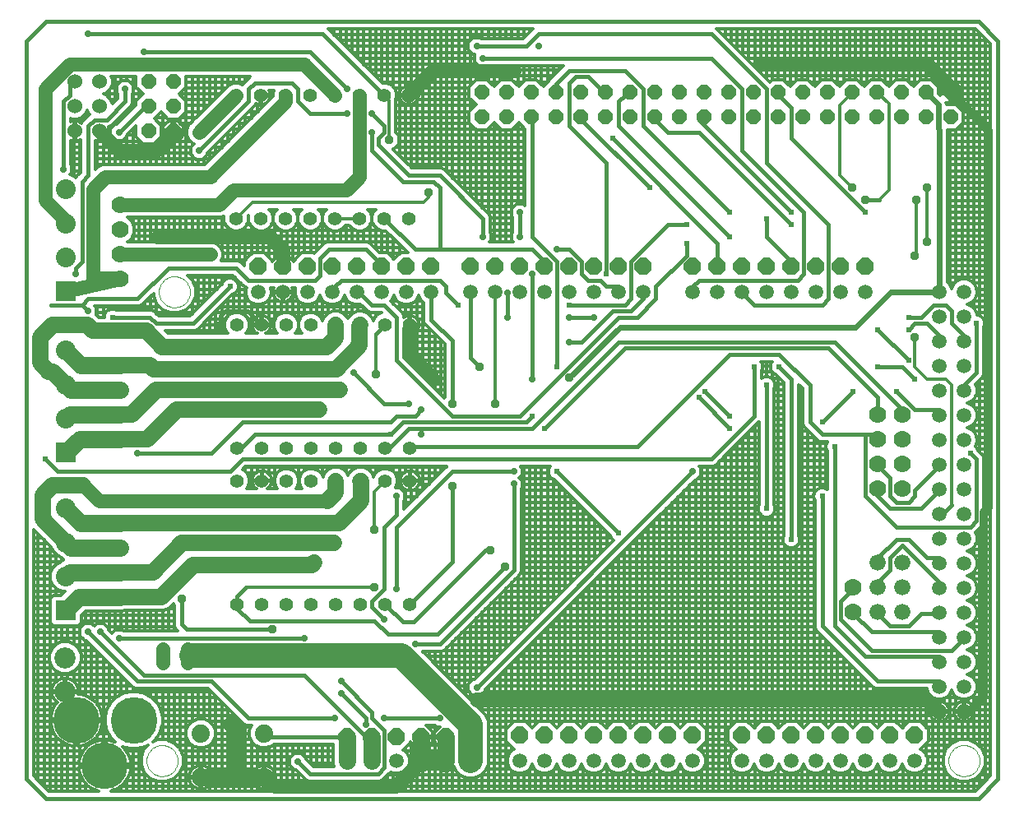
<source format=gbl>
G75*
G70*
%OFA0B0*%
%FSLAX24Y24*%
%IPPOS*%
%LPD*%
%AMOC8*
5,1,8,0,0,1.08239X$1,22.5*
%
%ADD10C,0.0160*%
%ADD11C,0.0594*%
%ADD12C,0.0000*%
%ADD13C,0.0700*%
%ADD14C,0.0554*%
%ADD15C,0.0600*%
%ADD16C,0.1890*%
%ADD17C,0.0560*%
%ADD18R,0.0800X0.0800*%
%ADD19C,0.0800*%
%ADD20C,0.0860*%
%ADD21C,0.0740*%
%ADD22OC8,0.0700*%
%ADD23C,0.0660*%
%ADD24OC8,0.0600*%
%ADD25C,0.0700*%
%ADD26C,0.0660*%
%ADD27C,0.0320*%
%ADD28C,0.0600*%
%ADD29C,0.0240*%
%ADD30C,0.0750*%
%ADD31OC8,0.0240*%
%ADD32R,0.0356X0.0356*%
%ADD33C,0.0120*%
%ADD34OC8,0.0356*%
%ADD35C,0.0240*%
%ADD36C,0.1000*%
%ADD37C,0.0400*%
D10*
X003160Y001147D02*
X003947Y000359D01*
X041743Y000359D01*
X042530Y001147D01*
X042530Y031068D01*
X041743Y031855D01*
X003947Y031855D01*
X003160Y031068D01*
X003160Y001147D01*
X007660Y005109D02*
X005660Y007109D01*
X006160Y007109D02*
X007910Y005359D01*
X014410Y005359D01*
X016910Y002859D01*
X017160Y002859D01*
X017660Y003109D02*
X017660Y001609D01*
X017410Y001359D01*
X014660Y001359D01*
X014160Y001859D01*
X012910Y002859D02*
X012790Y002999D01*
X012910Y002859D02*
X016160Y002859D01*
X016910Y003359D02*
X016910Y003609D01*
X015910Y004609D01*
X015910Y005109D02*
X017160Y003859D01*
X017160Y003609D01*
X017660Y003109D01*
X017660Y003609D02*
X019910Y003609D01*
X021410Y004859D02*
X030160Y013609D01*
X030910Y014109D02*
X032660Y015859D01*
X032660Y017859D01*
X033160Y017109D02*
X033160Y012109D01*
X034160Y010859D02*
X034160Y017359D01*
X033660Y017859D01*
X033660Y018359D02*
X034910Y017109D01*
X034910Y015609D01*
X035410Y015109D01*
X037160Y015109D01*
X037160Y012609D01*
X038410Y011359D01*
X041410Y011359D01*
X041660Y011609D01*
X041660Y014109D01*
X041410Y014359D01*
X040160Y013891D02*
X040160Y013859D01*
X039160Y012859D01*
X039160Y012609D01*
X038910Y012359D01*
X038410Y012359D01*
X038160Y012609D01*
X038160Y013359D01*
X037660Y013859D01*
X037660Y013909D01*
X037660Y012909D02*
X037660Y012609D01*
X038160Y012109D01*
X039410Y012109D01*
X040160Y012859D01*
X040160Y012891D01*
X040660Y012259D02*
X040291Y011891D01*
X040160Y011891D01*
X038910Y010859D02*
X038410Y010859D01*
X037660Y010109D01*
X037660Y009909D01*
X038160Y010109D02*
X038160Y009609D01*
X037660Y009109D01*
X037660Y008909D01*
X036660Y008909D02*
X036660Y008859D01*
X036160Y008359D01*
X036160Y007609D01*
X037410Y006359D01*
X040660Y006359D01*
X041160Y006859D01*
X041160Y006891D01*
X040160Y006891D02*
X040160Y007109D01*
X037410Y007109D01*
X036660Y007859D01*
X036660Y007909D01*
X035910Y007359D02*
X035910Y014609D01*
X037160Y015109D02*
X037660Y015109D01*
X037660Y014909D01*
X037660Y015909D02*
X037660Y016609D01*
X035660Y018609D01*
X027410Y018609D01*
X024160Y015359D01*
X023660Y015359D02*
X027160Y018859D01*
X035910Y018859D01*
X038660Y016109D01*
X038660Y015909D01*
X039160Y016109D02*
X038410Y016859D01*
X039160Y017359D02*
X038660Y017859D01*
X037660Y017859D01*
X038910Y018109D02*
X037660Y019359D01*
X038910Y019359D02*
X039160Y019609D01*
X039660Y019609D01*
X040160Y019109D01*
X040160Y018891D01*
X040660Y019609D02*
X041160Y019109D01*
X041160Y018891D01*
X040660Y019609D02*
X040660Y020109D01*
X040410Y020359D01*
X039910Y020359D01*
X039410Y019859D01*
X038910Y019859D01*
X041660Y019609D02*
X041660Y017609D01*
X041160Y017109D01*
X041160Y016891D01*
X040160Y016109D02*
X040160Y015891D01*
X040160Y016109D02*
X039160Y016109D01*
X036660Y016859D02*
X035410Y015609D01*
X031660Y015359D02*
X030410Y016609D01*
X030660Y016859D02*
X031660Y015859D01*
X030910Y014109D02*
X011910Y014109D01*
X011410Y013609D01*
X004410Y013609D01*
X003910Y014109D01*
X007660Y014359D02*
X010660Y014359D01*
X011910Y015609D01*
X017910Y015609D01*
X018160Y015859D01*
X018910Y015859D01*
X019160Y016109D01*
X018660Y016359D02*
X017660Y016359D01*
X016410Y017609D01*
X018160Y018109D02*
X018160Y019859D01*
X017660Y020359D01*
X017160Y020359D01*
X016660Y020859D01*
X016560Y020891D01*
X015910Y021359D02*
X015660Y021109D01*
X015560Y020891D01*
X015910Y021359D02*
X019910Y021359D01*
X020160Y021109D01*
X020160Y020859D01*
X020660Y020359D01*
X021160Y020891D02*
X021160Y018209D01*
X021510Y017859D01*
X020410Y018909D02*
X020410Y016359D01*
X020410Y015859D02*
X018160Y018109D01*
X017310Y019178D02*
X017688Y019556D01*
X019560Y019759D02*
X019560Y020891D01*
X019560Y019759D02*
X020410Y018909D01*
X022660Y019859D02*
X022660Y020859D01*
X023660Y021609D02*
X023660Y017359D01*
X024660Y017859D02*
X024660Y022109D01*
X023660Y023109D01*
X023660Y027859D01*
X023617Y027973D01*
X025160Y027609D02*
X025160Y029359D01*
X025410Y029609D01*
X025910Y029609D01*
X026410Y029109D01*
X026617Y028973D01*
X027160Y028609D02*
X027410Y028859D01*
X027617Y028973D01*
X028160Y029109D02*
X027410Y029859D01*
X025160Y029859D01*
X024610Y029309D01*
X024617Y028973D01*
X025617Y027973D02*
X025660Y027859D01*
X028410Y025109D01*
X026660Y026109D02*
X025160Y027609D01*
X026910Y027109D02*
X031160Y022859D01*
X031160Y021909D01*
X030410Y021359D02*
X030160Y021109D01*
X030160Y020891D01*
X030410Y021359D02*
X034410Y021359D01*
X034660Y021609D01*
X034660Y024109D01*
X032160Y026609D01*
X032160Y029109D01*
X030910Y030359D01*
X021660Y030359D01*
X021410Y030859D02*
X023410Y030859D01*
X023910Y031359D01*
X030910Y031359D01*
X033160Y029109D01*
X033160Y026109D01*
X035660Y023609D01*
X035660Y020609D01*
X035410Y020359D01*
X032660Y020359D01*
X032160Y020859D01*
X032160Y020891D01*
X034160Y021909D02*
X034160Y022109D01*
X033160Y023109D01*
X033160Y023859D01*
X034160Y023609D02*
X030410Y027359D01*
X029160Y027359D01*
X028660Y027859D01*
X028617Y027973D01*
X028160Y027609D02*
X028160Y029109D01*
X027160Y028609D02*
X027160Y027609D01*
X031660Y023109D01*
X031660Y024109D02*
X028160Y027609D01*
X026660Y026109D02*
X026660Y021609D01*
X026410Y021359D02*
X026660Y021109D01*
X027160Y021109D01*
X027160Y020891D01*
X027660Y020609D02*
X027410Y020359D01*
X025160Y020359D01*
X025160Y019859D02*
X026160Y019859D01*
X026910Y020109D02*
X027660Y020109D01*
X028160Y020609D01*
X028160Y020891D01*
X028660Y021109D02*
X028660Y020609D01*
X027910Y019859D01*
X027160Y019859D01*
X023160Y015859D01*
X020410Y015859D01*
X019160Y015359D02*
X019160Y015109D01*
X019160Y015359D02*
X018660Y015359D01*
X017910Y014609D01*
X017688Y014556D01*
X017910Y015109D02*
X018410Y015609D01*
X023410Y015609D01*
X023660Y015859D01*
X023660Y015359D02*
X019160Y015359D01*
X018910Y014609D02*
X018688Y014556D01*
X018910Y014609D02*
X027910Y014609D01*
X031660Y018359D01*
X033660Y018359D01*
X029910Y022359D02*
X028660Y021109D01*
X027660Y020609D02*
X027660Y022109D01*
X029160Y023609D01*
X029910Y023609D01*
X029910Y022859D02*
X029910Y022359D01*
X026910Y020109D02*
X025660Y018859D01*
X025160Y018859D01*
X025910Y021359D02*
X026410Y021359D01*
X025910Y021359D02*
X025660Y021609D01*
X025660Y022109D01*
X025160Y022609D01*
X024660Y022609D01*
X024160Y022109D02*
X024160Y021909D01*
X024160Y022109D02*
X023660Y022609D01*
X019910Y022609D01*
X019910Y025109D01*
X019660Y025359D01*
X018410Y025359D01*
X017160Y026609D01*
X017160Y027359D01*
X017410Y027109D02*
X017410Y026859D01*
X018660Y025609D01*
X019910Y025609D01*
X021660Y023859D01*
X021660Y023109D01*
X023160Y023109D02*
X023160Y024109D01*
X019910Y022609D02*
X018910Y022609D01*
X017660Y023859D01*
X016910Y022609D02*
X015410Y022609D01*
X015060Y022259D01*
X015060Y021559D01*
X014860Y021359D01*
X012160Y021359D01*
X011660Y021859D01*
X008910Y021859D01*
X007660Y020609D01*
X005660Y020609D01*
X005410Y020359D01*
X005660Y020109D01*
X005410Y020359D02*
X004160Y020359D01*
X005160Y021609D02*
X005160Y021859D01*
X005410Y022109D01*
X005410Y025359D01*
X005660Y025609D01*
X005660Y027609D01*
X005910Y027859D01*
X006410Y027859D01*
X007160Y028609D01*
X007160Y029109D01*
X007910Y028359D02*
X008110Y028409D01*
X007910Y028359D02*
X006910Y027359D01*
X004910Y028859D02*
X004660Y028609D01*
X004660Y025859D01*
X004910Y028859D02*
X004910Y029359D01*
X005126Y029406D01*
X005660Y031359D02*
X015160Y031359D01*
X017660Y028859D01*
X017160Y028109D02*
X017660Y027609D01*
X017660Y027359D01*
X017410Y027109D01*
X016160Y028109D02*
X014660Y028109D01*
X014160Y028609D01*
X014160Y029109D01*
X013910Y029359D01*
X012410Y029359D01*
X012160Y029109D01*
X012160Y028609D01*
X010160Y026609D01*
X007910Y030609D02*
X014660Y030609D01*
X016160Y029109D01*
X016910Y022609D02*
X017410Y022109D01*
X017560Y021909D01*
X014560Y020891D02*
X014410Y020859D01*
X012688Y019556D02*
X012134Y020109D01*
X011210Y020109D01*
X011010Y019909D01*
X011010Y019559D01*
X010960Y019509D01*
X009910Y019609D02*
X011410Y021109D01*
X009910Y019609D02*
X008410Y019609D01*
X008160Y019859D01*
X006660Y019859D01*
X011910Y014609D02*
X012410Y015109D01*
X017910Y015109D01*
X020410Y013609D02*
X022910Y013609D01*
X022910Y013109D02*
X022910Y009609D01*
X019910Y006609D01*
X018910Y006609D01*
X019810Y007009D02*
X017810Y007009D01*
X017260Y007559D01*
X012210Y007559D01*
X011707Y008062D01*
X011707Y008237D01*
X011707Y008556D01*
X012060Y008909D01*
X013110Y007209D02*
X009660Y007209D01*
X009460Y007409D01*
X009460Y008459D01*
X006910Y006859D02*
X014410Y006859D01*
X017160Y008109D02*
X017660Y007609D01*
X017160Y008109D02*
X017160Y008359D01*
X017660Y008859D01*
X017660Y011359D01*
X018160Y011859D01*
X018160Y012609D01*
X018160Y011359D02*
X020410Y013609D01*
X020410Y013009D02*
X020410Y009940D01*
X018707Y008237D01*
X018860Y007509D02*
X018435Y007509D01*
X017707Y008237D01*
X018160Y008859D02*
X018160Y011359D01*
X021760Y010409D02*
X018860Y007509D01*
X019810Y007009D02*
X022560Y009759D01*
X021960Y010409D02*
X021760Y010409D01*
X024660Y013609D02*
X027160Y011109D01*
X035410Y012609D02*
X035410Y007359D01*
X037660Y005109D01*
X040160Y005109D01*
X040160Y004891D01*
X040160Y005891D02*
X040160Y006109D01*
X037160Y006109D01*
X035910Y007359D01*
X037660Y007859D02*
X037660Y007909D01*
X037660Y007859D02*
X038160Y007359D01*
X038910Y007359D01*
X039410Y007859D01*
X040160Y007859D01*
X040160Y007891D01*
X040160Y008891D02*
X040160Y009109D01*
X038660Y010609D01*
X038160Y010109D01*
X038910Y010859D02*
X039660Y010109D01*
X040160Y010109D01*
X040160Y009891D01*
X037160Y024109D02*
X034160Y027109D01*
X034160Y028359D01*
X033660Y028859D01*
X033617Y028973D01*
X030617Y027973D02*
X030410Y027859D01*
X034160Y024109D01*
X037160Y024609D02*
X037710Y024609D01*
X036617Y028966D02*
X036617Y028973D01*
X011910Y014609D02*
X011688Y014556D01*
X010660Y005109D02*
X007660Y005109D01*
X010660Y005109D02*
X012160Y003609D01*
X015660Y003609D01*
D11*
X016160Y001891D03*
X017160Y001891D03*
X018160Y001891D03*
X019160Y001891D03*
X020160Y001891D03*
X021160Y001891D03*
X023160Y001891D03*
X024160Y001891D03*
X025160Y001891D03*
X026160Y001891D03*
X027160Y001891D03*
X028160Y001891D03*
X029160Y001891D03*
X030160Y001891D03*
X032160Y001891D03*
X033160Y001891D03*
X034160Y001891D03*
X035160Y001891D03*
X036160Y001891D03*
X037160Y001891D03*
X038160Y001891D03*
X039160Y001891D03*
X040160Y003891D03*
X041160Y003891D03*
X041160Y004891D03*
X040160Y004891D03*
X040160Y005891D03*
X041160Y005891D03*
X041160Y006891D03*
X040160Y006891D03*
X040160Y007891D03*
X041160Y007891D03*
X041160Y008891D03*
X040160Y008891D03*
X040160Y009891D03*
X041160Y009891D03*
X041160Y010891D03*
X040160Y010891D03*
X040160Y011891D03*
X041160Y011891D03*
X041160Y012891D03*
X040160Y012891D03*
X040160Y013891D03*
X041160Y013891D03*
X041160Y014891D03*
X040160Y014891D03*
X040160Y015891D03*
X041160Y015891D03*
X041160Y016891D03*
X040160Y016891D03*
X040160Y017891D03*
X041160Y017891D03*
X041160Y018891D03*
X040160Y018891D03*
X040160Y019891D03*
X041160Y019891D03*
X041160Y020891D03*
X040160Y020891D03*
X037160Y020891D03*
X036160Y020891D03*
X035160Y020891D03*
X034160Y020891D03*
X033160Y020891D03*
X032160Y020891D03*
X031160Y020891D03*
X030160Y020891D03*
X028160Y020891D03*
X027160Y020891D03*
X026160Y020891D03*
X025160Y020891D03*
X024160Y020891D03*
X023160Y020891D03*
X022160Y020891D03*
X021160Y020891D03*
X019560Y020891D03*
X018560Y020891D03*
X017560Y020891D03*
X016560Y020891D03*
X015560Y020891D03*
X014560Y020891D03*
X013560Y020891D03*
X012560Y020891D03*
D12*
X008530Y020891D02*
X008532Y020941D01*
X008538Y020991D01*
X008548Y021040D01*
X008562Y021088D01*
X008579Y021135D01*
X008600Y021180D01*
X008625Y021224D01*
X008653Y021265D01*
X008685Y021304D01*
X008719Y021341D01*
X008756Y021375D01*
X008796Y021405D01*
X008838Y021432D01*
X008882Y021456D01*
X008928Y021477D01*
X008975Y021493D01*
X009023Y021506D01*
X009073Y021515D01*
X009122Y021520D01*
X009173Y021521D01*
X009223Y021518D01*
X009272Y021511D01*
X009321Y021500D01*
X009369Y021485D01*
X009415Y021467D01*
X009460Y021445D01*
X009503Y021419D01*
X009544Y021390D01*
X009583Y021358D01*
X009619Y021323D01*
X009651Y021285D01*
X009681Y021245D01*
X009708Y021202D01*
X009731Y021158D01*
X009750Y021112D01*
X009766Y021064D01*
X009778Y021015D01*
X009786Y020966D01*
X009790Y020916D01*
X009790Y020866D01*
X009786Y020816D01*
X009778Y020767D01*
X009766Y020718D01*
X009750Y020670D01*
X009731Y020624D01*
X009708Y020580D01*
X009681Y020537D01*
X009651Y020497D01*
X009619Y020459D01*
X009583Y020424D01*
X009544Y020392D01*
X009503Y020363D01*
X009460Y020337D01*
X009415Y020315D01*
X009369Y020297D01*
X009321Y020282D01*
X009272Y020271D01*
X009223Y020264D01*
X009173Y020261D01*
X009122Y020262D01*
X009073Y020267D01*
X009023Y020276D01*
X008975Y020289D01*
X008928Y020305D01*
X008882Y020326D01*
X008838Y020350D01*
X008796Y020377D01*
X008756Y020407D01*
X008719Y020441D01*
X008685Y020478D01*
X008653Y020517D01*
X008625Y020558D01*
X008600Y020602D01*
X008579Y020647D01*
X008562Y020694D01*
X008548Y020742D01*
X008538Y020791D01*
X008532Y020841D01*
X008530Y020891D01*
X008030Y001891D02*
X008032Y001941D01*
X008038Y001991D01*
X008048Y002040D01*
X008062Y002088D01*
X008079Y002135D01*
X008100Y002180D01*
X008125Y002224D01*
X008153Y002265D01*
X008185Y002304D01*
X008219Y002341D01*
X008256Y002375D01*
X008296Y002405D01*
X008338Y002432D01*
X008382Y002456D01*
X008428Y002477D01*
X008475Y002493D01*
X008523Y002506D01*
X008573Y002515D01*
X008622Y002520D01*
X008673Y002521D01*
X008723Y002518D01*
X008772Y002511D01*
X008821Y002500D01*
X008869Y002485D01*
X008915Y002467D01*
X008960Y002445D01*
X009003Y002419D01*
X009044Y002390D01*
X009083Y002358D01*
X009119Y002323D01*
X009151Y002285D01*
X009181Y002245D01*
X009208Y002202D01*
X009231Y002158D01*
X009250Y002112D01*
X009266Y002064D01*
X009278Y002015D01*
X009286Y001966D01*
X009290Y001916D01*
X009290Y001866D01*
X009286Y001816D01*
X009278Y001767D01*
X009266Y001718D01*
X009250Y001670D01*
X009231Y001624D01*
X009208Y001580D01*
X009181Y001537D01*
X009151Y001497D01*
X009119Y001459D01*
X009083Y001424D01*
X009044Y001392D01*
X009003Y001363D01*
X008960Y001337D01*
X008915Y001315D01*
X008869Y001297D01*
X008821Y001282D01*
X008772Y001271D01*
X008723Y001264D01*
X008673Y001261D01*
X008622Y001262D01*
X008573Y001267D01*
X008523Y001276D01*
X008475Y001289D01*
X008428Y001305D01*
X008382Y001326D01*
X008338Y001350D01*
X008296Y001377D01*
X008256Y001407D01*
X008219Y001441D01*
X008185Y001478D01*
X008153Y001517D01*
X008125Y001558D01*
X008100Y001602D01*
X008079Y001647D01*
X008062Y001694D01*
X008048Y001742D01*
X008038Y001791D01*
X008032Y001841D01*
X008030Y001891D01*
X040530Y001891D02*
X040532Y001941D01*
X040538Y001991D01*
X040548Y002040D01*
X040562Y002088D01*
X040579Y002135D01*
X040600Y002180D01*
X040625Y002224D01*
X040653Y002265D01*
X040685Y002304D01*
X040719Y002341D01*
X040756Y002375D01*
X040796Y002405D01*
X040838Y002432D01*
X040882Y002456D01*
X040928Y002477D01*
X040975Y002493D01*
X041023Y002506D01*
X041073Y002515D01*
X041122Y002520D01*
X041173Y002521D01*
X041223Y002518D01*
X041272Y002511D01*
X041321Y002500D01*
X041369Y002485D01*
X041415Y002467D01*
X041460Y002445D01*
X041503Y002419D01*
X041544Y002390D01*
X041583Y002358D01*
X041619Y002323D01*
X041651Y002285D01*
X041681Y002245D01*
X041708Y002202D01*
X041731Y002158D01*
X041750Y002112D01*
X041766Y002064D01*
X041778Y002015D01*
X041786Y001966D01*
X041790Y001916D01*
X041790Y001866D01*
X041786Y001816D01*
X041778Y001767D01*
X041766Y001718D01*
X041750Y001670D01*
X041731Y001624D01*
X041708Y001580D01*
X041681Y001537D01*
X041651Y001497D01*
X041619Y001459D01*
X041583Y001424D01*
X041544Y001392D01*
X041503Y001363D01*
X041460Y001337D01*
X041415Y001315D01*
X041369Y001297D01*
X041321Y001282D01*
X041272Y001271D01*
X041223Y001264D01*
X041173Y001261D01*
X041122Y001262D01*
X041073Y001267D01*
X041023Y001276D01*
X040975Y001289D01*
X040928Y001305D01*
X040882Y001326D01*
X040838Y001350D01*
X040796Y001377D01*
X040756Y001407D01*
X040719Y001441D01*
X040685Y001478D01*
X040653Y001517D01*
X040625Y001558D01*
X040600Y001602D01*
X040579Y001647D01*
X040562Y001694D01*
X040548Y001742D01*
X040538Y001791D01*
X040532Y001841D01*
X040530Y001891D01*
D13*
X036660Y007909D03*
X036660Y008909D03*
X037660Y012909D03*
X038660Y012909D03*
X038660Y013909D03*
X037660Y013909D03*
X037660Y014909D03*
X038660Y014909D03*
X038660Y015909D03*
X037660Y015909D03*
X006960Y015925D03*
X006960Y014925D03*
X006960Y016925D03*
X006960Y017925D03*
X006960Y021409D03*
X006960Y022409D03*
X006960Y023409D03*
X006960Y024409D03*
X006960Y011528D03*
X006960Y010528D03*
X006960Y009528D03*
X006960Y008528D03*
D14*
X011707Y008237D03*
X012707Y008237D03*
X013707Y008237D03*
X014707Y008237D03*
X015707Y008237D03*
X016707Y008237D03*
X017707Y008237D03*
X018707Y008237D03*
X018707Y013237D03*
X017707Y013237D03*
X016707Y013237D03*
X015707Y013237D03*
X014707Y013237D03*
X013707Y013237D03*
X012707Y013237D03*
X011707Y013237D03*
X011688Y014556D03*
X012688Y014556D03*
X013688Y014556D03*
X014688Y014556D03*
X015688Y014556D03*
X016688Y014556D03*
X017688Y014556D03*
X018688Y014556D03*
X018688Y019556D03*
X017688Y019556D03*
X016688Y019556D03*
X015688Y019556D03*
X014688Y019556D03*
X013688Y019556D03*
X012688Y019556D03*
X011688Y019556D03*
X011660Y023859D03*
X012660Y023859D03*
X013660Y023859D03*
X014660Y023859D03*
X015660Y023859D03*
X016660Y023859D03*
X017660Y023859D03*
X018660Y023859D03*
X018660Y028859D03*
X017660Y028859D03*
X016660Y028859D03*
X015660Y028859D03*
X014660Y028859D03*
X013660Y028859D03*
X012660Y028859D03*
X011660Y028859D03*
D15*
X006126Y028406D03*
X005126Y028406D03*
X005126Y029406D03*
X006126Y029406D03*
X006126Y027406D03*
X005126Y027406D03*
D16*
X005191Y003536D03*
X006333Y001686D03*
X007514Y003536D03*
D17*
X008681Y005869D02*
X008681Y006429D01*
X009681Y006429D02*
X009681Y005869D01*
X012850Y001219D02*
X013210Y000859D01*
X018129Y000859D01*
X019160Y001891D01*
X015360Y012409D02*
X006110Y012409D01*
X005460Y013059D01*
X004760Y020909D02*
X006960Y021409D01*
X006910Y021459D01*
X005860Y021459D01*
X005860Y025059D01*
X006360Y025559D01*
X010610Y025559D01*
X013660Y028609D01*
X013660Y028859D01*
X014410Y030109D02*
X004910Y030109D01*
X003910Y029109D01*
X003910Y024609D01*
X004660Y023859D01*
X004760Y023665D01*
X006960Y024409D02*
X010960Y024409D01*
X011560Y025009D01*
X016110Y025009D01*
X016660Y025559D01*
X016660Y028859D01*
X015660Y028859D02*
X014410Y030109D01*
X011660Y028859D02*
X010160Y027359D01*
X009160Y027359D02*
X009110Y027409D01*
X009160Y027359D02*
X008410Y026609D01*
X006910Y026609D01*
X006160Y027359D01*
X006126Y027406D01*
X008460Y023109D02*
X013060Y023109D01*
X013560Y022559D01*
X013560Y021909D01*
X010610Y022409D02*
X006960Y022409D01*
X018688Y019556D02*
X018660Y019359D01*
X018660Y018359D01*
X019660Y017359D01*
X019660Y029859D02*
X022910Y029859D01*
D18*
X004760Y020909D03*
X004760Y014375D03*
X004760Y007981D03*
D19*
X004760Y009359D03*
X004760Y010737D03*
X004760Y012115D03*
X004760Y015753D03*
X004760Y017131D03*
X004760Y018509D03*
X004760Y022287D03*
X004760Y023665D03*
X004760Y025043D03*
D20*
X004729Y006067D03*
X004729Y004690D03*
D21*
X010230Y002999D03*
X012790Y002999D03*
X012790Y001219D03*
X010230Y001219D03*
D22*
X016160Y002859D03*
X017160Y002859D03*
X018160Y002859D03*
X019160Y002859D03*
X020160Y002859D03*
X021160Y002859D03*
X023160Y002909D03*
X024160Y002909D03*
X025160Y002909D03*
X026160Y002909D03*
X027160Y002909D03*
X028160Y002909D03*
X029160Y002909D03*
X030160Y002909D03*
X032160Y002909D03*
X033160Y002909D03*
X034160Y002909D03*
X035160Y002909D03*
X036160Y002909D03*
X037160Y002909D03*
X038160Y002909D03*
X039160Y002909D03*
X037160Y021909D03*
X036160Y021909D03*
X035160Y021909D03*
X034160Y021909D03*
X033160Y021909D03*
X032160Y021909D03*
X031160Y021909D03*
X030160Y021909D03*
X028160Y021909D03*
X027160Y021909D03*
X026160Y021909D03*
X025160Y021909D03*
X024160Y021909D03*
X023160Y021909D03*
X022160Y021909D03*
X021160Y021909D03*
X019560Y021909D03*
X018560Y021909D03*
X017560Y021909D03*
X016560Y021909D03*
X015560Y021909D03*
X014560Y021909D03*
X013560Y021909D03*
X012560Y021909D03*
D23*
X037660Y009909D03*
X037660Y008909D03*
X037660Y007909D03*
X038660Y007909D03*
X038660Y008909D03*
X038660Y009909D03*
D24*
X038617Y027973D03*
X039617Y027973D03*
X040617Y027973D03*
X040617Y028973D03*
X039617Y028973D03*
X038617Y028973D03*
X037617Y028973D03*
X036617Y028973D03*
X035617Y028973D03*
X034617Y028973D03*
X033617Y028973D03*
X032617Y028973D03*
X031617Y028973D03*
X030617Y028973D03*
X029617Y028973D03*
X028617Y028973D03*
X027617Y028973D03*
X026617Y028973D03*
X025617Y028973D03*
X024617Y028973D03*
X023617Y028973D03*
X022617Y028973D03*
X021617Y028973D03*
X021617Y027973D03*
X022617Y027973D03*
X023617Y027973D03*
X024617Y027973D03*
X025617Y027973D03*
X026617Y027973D03*
X027617Y027973D03*
X028617Y027973D03*
X029617Y027973D03*
X030617Y027973D03*
X031617Y027973D03*
X032617Y027973D03*
X033617Y027973D03*
X034617Y027973D03*
X035617Y027973D03*
X036617Y027973D03*
X037617Y027973D03*
X009110Y028409D03*
X008110Y028409D03*
X008110Y027409D03*
X009110Y027409D03*
X009110Y029409D03*
X008110Y029409D03*
D25*
X004760Y018509D02*
X005344Y017925D01*
X006960Y017925D01*
X006960Y016925D02*
X004966Y016925D01*
X004760Y017131D01*
X004932Y015925D02*
X004760Y015753D01*
X004932Y015925D02*
X006960Y015925D01*
X006960Y014925D02*
X005310Y014925D01*
X004760Y014375D01*
X004760Y012115D02*
X005347Y011528D01*
X006960Y011528D01*
X006960Y010528D02*
X004969Y010528D01*
X004899Y010598D01*
X004760Y010737D01*
X004929Y009528D02*
X004760Y009359D01*
X004929Y009528D02*
X006960Y009528D01*
X006960Y008528D02*
X005307Y008528D01*
X004760Y007981D01*
X010230Y001219D02*
X011660Y001219D01*
X012790Y001219D01*
X012850Y001219D01*
X016160Y001891D02*
X016160Y002859D01*
X017160Y002859D02*
X017160Y001891D01*
X019160Y001891D02*
X019160Y002859D01*
X020160Y002859D02*
X020160Y001891D01*
D26*
X019160Y001891D01*
X009910Y009809D02*
X008629Y008528D01*
X006960Y008528D01*
X006960Y009528D02*
X008279Y009528D01*
X009460Y010709D01*
X015610Y010709D01*
X014810Y009909D02*
X014710Y009809D01*
X009910Y009809D01*
X006960Y011528D02*
X015829Y011528D01*
X016710Y012409D01*
X016710Y013234D01*
X016707Y013237D01*
X015707Y013237D02*
X015707Y012756D01*
X015360Y012409D01*
X015010Y016109D02*
X009260Y016109D01*
X008060Y014909D01*
X006976Y014909D01*
X006960Y014925D01*
X006960Y015925D02*
X007426Y015925D01*
X008410Y016909D01*
X015860Y016909D01*
X015710Y017759D02*
X016660Y018709D01*
X016660Y019528D01*
X016688Y019556D01*
X015688Y019556D02*
X015688Y019037D01*
X015310Y018659D01*
X008660Y018659D01*
X008010Y019309D01*
X005860Y019309D01*
X005610Y019559D01*
X004210Y019559D01*
X003710Y019059D01*
X003710Y018009D01*
X004060Y017659D01*
X004232Y017659D01*
X004760Y017131D01*
X006960Y017925D02*
X008144Y017925D01*
X008310Y017759D01*
X015710Y017759D01*
X005460Y013059D02*
X004210Y013059D01*
X003810Y012659D01*
X003810Y011687D01*
X004899Y010598D01*
D27*
X040617Y028973D02*
X042160Y027430D01*
X042160Y012159D01*
X041960Y011959D01*
X041960Y004459D01*
X041360Y003859D01*
X041160Y003859D01*
D28*
X041160Y003891D01*
X040160Y003859D02*
X040160Y003891D01*
X040160Y003859D02*
X039660Y004359D01*
X021410Y004359D01*
X011660Y003359D02*
X011660Y001219D01*
X011660Y003359D02*
X011510Y003359D01*
X018660Y028859D02*
X019660Y029859D01*
X032910Y030109D02*
X039660Y030109D01*
X040660Y029109D01*
X040617Y028973D01*
D29*
X037160Y024109D03*
X034160Y024109D03*
X034160Y023609D03*
X033160Y023859D03*
X031660Y024109D03*
X031660Y023109D03*
X029910Y022859D03*
X029910Y023609D03*
X028410Y025109D03*
X026910Y027109D03*
X026660Y021609D03*
X025160Y020359D03*
X024660Y017859D03*
X023660Y015859D03*
X024160Y015359D03*
X024660Y013609D03*
X027160Y011109D03*
X033160Y012109D03*
X034160Y010859D03*
X035410Y012609D03*
X035910Y014609D03*
X035410Y015609D03*
X036660Y016859D03*
X037660Y017859D03*
X038410Y016859D03*
X039160Y017359D03*
X038910Y018109D03*
X038910Y019359D03*
X038910Y019859D03*
X037660Y019359D03*
X041660Y019609D03*
X041410Y014359D03*
X033660Y017859D03*
X033160Y017109D03*
X032660Y017859D03*
X030660Y016859D03*
X030410Y016609D03*
X031660Y015859D03*
X031660Y015359D03*
X020660Y020359D03*
X017910Y015109D03*
X011410Y021109D03*
X006660Y019859D03*
X003910Y014109D03*
X021410Y004359D03*
D30*
X011510Y003359D03*
D31*
X014160Y001859D03*
X015660Y003609D03*
X015910Y004609D03*
X015910Y005109D03*
X017660Y003609D03*
X016910Y003359D03*
X019910Y003609D03*
X021410Y004859D03*
X018910Y006609D03*
X017660Y007609D03*
X018160Y008859D03*
X014410Y006859D03*
X018160Y012609D03*
X019160Y015109D03*
X019160Y016109D03*
X018660Y016359D03*
X019660Y017359D03*
X016410Y017609D03*
X022660Y019859D03*
X022660Y020859D03*
X023660Y021609D03*
X024660Y022609D03*
X023160Y023109D03*
X023160Y024109D03*
X021660Y023109D03*
X025160Y019859D03*
X026160Y019859D03*
X025160Y018859D03*
X023660Y017359D03*
X022910Y013609D03*
X022910Y013109D03*
X030160Y013609D03*
X017160Y027359D03*
X017160Y028109D03*
X016160Y028109D03*
X016160Y029109D03*
X021410Y030859D03*
X021660Y030359D03*
X022910Y029859D03*
X023910Y030859D03*
X032910Y030109D03*
X010160Y027359D03*
X010160Y026609D03*
X006910Y027359D03*
X007160Y029109D03*
X007910Y030609D03*
X005660Y031359D03*
X004660Y025859D03*
X005160Y021609D03*
X005660Y020109D03*
X007660Y014359D03*
X006160Y007109D03*
X005660Y007109D03*
X006910Y006859D03*
D32*
X010960Y019509D03*
X008460Y023109D03*
D33*
X008440Y022909D02*
X008440Y023909D01*
X008680Y023909D02*
X008680Y022909D01*
X008920Y022909D02*
X008920Y023909D01*
X009160Y023909D02*
X009160Y022909D01*
X009400Y022909D02*
X009400Y023909D01*
X009640Y023909D02*
X009640Y022909D01*
X009880Y022909D02*
X009880Y023909D01*
X010120Y023909D02*
X010120Y022909D01*
X010360Y022909D02*
X010360Y023909D01*
X010600Y023909D02*
X010600Y022909D01*
X010709Y022909D02*
X007242Y022909D01*
X007283Y022926D01*
X007443Y023086D01*
X007530Y023296D01*
X007530Y023523D01*
X007443Y023732D01*
X007283Y023892D01*
X007242Y023909D01*
X007242Y023909D01*
X011059Y023909D01*
X011163Y023952D01*
X011163Y023760D01*
X011239Y023578D01*
X011378Y023438D01*
X011561Y023362D01*
X011759Y023362D01*
X011942Y023438D01*
X012081Y023578D01*
X012157Y023760D01*
X012157Y023958D01*
X012156Y023960D01*
X012168Y023972D01*
X012163Y023958D01*
X012163Y023760D01*
X012239Y023578D01*
X012378Y023438D01*
X012561Y023362D01*
X012759Y023362D01*
X012942Y023438D01*
X013081Y023578D01*
X013157Y023760D01*
X013157Y023958D01*
X013081Y024141D01*
X012993Y024229D01*
X013327Y024229D01*
X013239Y024141D01*
X013163Y023958D01*
X013163Y023760D01*
X013239Y023578D01*
X013378Y023438D01*
X013561Y023362D01*
X013759Y023362D01*
X013942Y023438D01*
X014081Y023578D01*
X014157Y023760D01*
X014157Y023958D01*
X014081Y024141D01*
X013993Y024229D01*
X014327Y024229D01*
X014239Y024141D01*
X014163Y023958D01*
X014163Y023760D01*
X014239Y023578D01*
X014378Y023438D01*
X014561Y023362D01*
X014759Y023362D01*
X014942Y023438D01*
X015081Y023578D01*
X015157Y023760D01*
X015157Y023958D01*
X015081Y024141D01*
X014993Y024229D01*
X015327Y024229D01*
X015239Y024141D01*
X015163Y023958D01*
X015163Y023760D01*
X015239Y023578D01*
X015378Y023438D01*
X015561Y023362D01*
X015759Y023362D01*
X015942Y023438D01*
X016081Y023578D01*
X016082Y023579D01*
X016238Y023579D01*
X016239Y023578D01*
X016378Y023438D01*
X016561Y023362D01*
X016759Y023362D01*
X016942Y023438D01*
X017081Y023578D01*
X017157Y023760D01*
X017157Y023958D01*
X017081Y024141D01*
X016993Y024229D01*
X017327Y024229D01*
X017239Y024141D01*
X017163Y023958D01*
X017163Y023760D01*
X017239Y023578D01*
X017378Y023438D01*
X017561Y023362D01*
X017733Y023362D01*
X018616Y022479D01*
X018324Y022479D01*
X018060Y022215D01*
X017796Y022479D01*
X017464Y022479D01*
X017164Y022779D01*
X017080Y022864D01*
X016970Y022909D01*
X015350Y022909D01*
X015240Y022864D01*
X015156Y022779D01*
X014826Y022449D01*
X014796Y022479D01*
X014324Y022479D01*
X013990Y022145D01*
X013990Y022130D01*
X013751Y022369D01*
X013600Y022369D01*
X013600Y021949D01*
X013520Y021949D01*
X013520Y022369D01*
X013369Y022369D01*
X013130Y022130D01*
X013130Y022145D01*
X012796Y022479D01*
X012324Y022479D01*
X011990Y022145D01*
X011990Y021953D01*
X011914Y022029D01*
X011830Y022114D01*
X011720Y022159D01*
X011048Y022159D01*
X011110Y022310D01*
X011110Y022509D01*
X011034Y022692D01*
X010893Y022833D01*
X010709Y022909D01*
X010840Y022855D02*
X010840Y023909D01*
X011080Y023918D02*
X011080Y022581D01*
X011039Y022679D02*
X015056Y022679D01*
X015160Y022783D02*
X015160Y024229D01*
X015090Y024119D02*
X015230Y024119D01*
X015163Y023879D02*
X015157Y023879D01*
X015107Y023639D02*
X015213Y023639D01*
X015400Y023429D02*
X015400Y022909D01*
X015640Y022909D02*
X015640Y023362D01*
X015471Y023399D02*
X014849Y023399D01*
X014920Y023429D02*
X014920Y022543D01*
X014680Y022479D02*
X014680Y023362D01*
X014471Y023399D02*
X013849Y023399D01*
X013960Y023456D02*
X013960Y022160D01*
X013921Y022199D02*
X014044Y022199D01*
X014200Y022355D02*
X014200Y023671D01*
X014213Y023639D02*
X014107Y023639D01*
X014157Y023879D02*
X014163Y023879D01*
X014200Y024048D02*
X014200Y024229D01*
X014230Y024119D02*
X014090Y024119D01*
X013240Y024142D02*
X013240Y024229D01*
X013230Y024119D02*
X013090Y024119D01*
X013000Y024222D02*
X013000Y024229D01*
X013157Y023879D02*
X013163Y023879D01*
X013213Y023639D02*
X013107Y023639D01*
X013240Y023576D02*
X013240Y022240D01*
X013199Y022199D02*
X013076Y022199D01*
X013000Y022275D02*
X013000Y023496D01*
X012849Y023399D02*
X013471Y023399D01*
X013480Y023396D02*
X013480Y022369D01*
X013520Y022199D02*
X013600Y022199D01*
X013720Y022369D02*
X013720Y023362D01*
X014440Y023412D02*
X014440Y022479D01*
X014284Y022439D02*
X012836Y022439D01*
X012760Y022479D02*
X012760Y023362D01*
X012520Y023379D02*
X012520Y022479D01*
X012284Y022439D02*
X011110Y022439D01*
X011080Y022237D02*
X011080Y022159D01*
X011064Y022199D02*
X012044Y022199D01*
X012040Y022195D02*
X012040Y023536D01*
X012107Y023639D02*
X012213Y023639D01*
X012280Y023536D02*
X012280Y022435D01*
X011990Y021959D02*
X011984Y021959D01*
X011800Y022126D02*
X011800Y023379D01*
X011849Y023399D02*
X012471Y023399D01*
X012163Y023879D02*
X012157Y023879D01*
X011660Y023859D02*
X012310Y024509D01*
X019260Y024509D01*
X019460Y024709D01*
X019460Y024909D01*
X020384Y025559D02*
X023360Y025559D01*
X023360Y025319D02*
X020624Y025319D01*
X020680Y025263D02*
X020680Y031555D01*
X020440Y031555D02*
X020440Y025503D01*
X020200Y025743D02*
X020200Y031555D01*
X019960Y031555D02*
X019960Y025909D01*
X019970Y025909D02*
X018784Y025909D01*
X018029Y026665D01*
X018258Y026894D01*
X018258Y027224D01*
X018140Y027342D01*
X018140Y028715D01*
X018139Y028717D01*
X018157Y028760D01*
X018157Y028958D01*
X018081Y029141D01*
X017942Y029281D01*
X017759Y029356D01*
X017587Y029356D01*
X015388Y031555D01*
X023682Y031555D01*
X023656Y031529D01*
X023286Y031159D01*
X021591Y031159D01*
X021551Y031199D01*
X021269Y031199D01*
X021070Y031000D01*
X021070Y030718D01*
X021269Y030519D01*
X021339Y030519D01*
X021320Y030500D01*
X021320Y030218D01*
X021519Y030019D01*
X021801Y030019D01*
X021841Y030059D01*
X024936Y030059D01*
X024438Y029561D01*
X024435Y029560D01*
X024396Y029519D01*
X024356Y029479D01*
X024354Y029476D01*
X024352Y029474D01*
X024333Y029425D01*
X024117Y029209D01*
X023832Y029493D01*
X023401Y029493D01*
X023117Y029209D01*
X022832Y029493D01*
X022401Y029493D01*
X022117Y029209D01*
X021832Y029493D01*
X021401Y029493D01*
X021097Y029189D01*
X021097Y028758D01*
X021381Y028473D01*
X021097Y028189D01*
X021097Y027758D01*
X021401Y027453D01*
X021832Y027453D01*
X022117Y027738D01*
X022401Y027453D01*
X022832Y027453D01*
X023117Y027738D01*
X023360Y027495D01*
X023360Y024390D01*
X023301Y024449D01*
X023019Y024449D01*
X022820Y024250D01*
X022820Y023968D01*
X022860Y023928D01*
X022860Y023290D01*
X022820Y023250D01*
X022820Y022968D01*
X022879Y022909D01*
X021941Y022909D01*
X022000Y022968D01*
X022000Y023250D01*
X021960Y023290D01*
X021960Y023919D01*
X021914Y024029D01*
X021830Y024114D01*
X020080Y025864D01*
X019970Y025909D01*
X020144Y025799D02*
X023360Y025799D01*
X023360Y026039D02*
X018654Y026039D01*
X018760Y025933D02*
X018760Y028484D01*
X018773Y028487D02*
X018843Y028516D01*
X018907Y028558D01*
X018961Y028612D01*
X019003Y028676D01*
X019032Y028746D01*
X019047Y028821D01*
X019047Y028831D01*
X018689Y028831D01*
X018689Y028888D01*
X019047Y028888D01*
X019047Y028897D01*
X019032Y028972D01*
X019003Y029043D01*
X018961Y029106D01*
X018907Y029160D01*
X018843Y029202D01*
X018773Y029231D01*
X018698Y029246D01*
X018689Y029246D01*
X018689Y028888D01*
X018631Y028888D01*
X018631Y028831D01*
X018273Y028831D01*
X018273Y028821D01*
X018288Y028746D01*
X018317Y028676D01*
X018359Y028612D01*
X018413Y028558D01*
X018477Y028516D01*
X018547Y028487D01*
X018622Y028472D01*
X018631Y028472D01*
X018631Y028831D01*
X018689Y028831D01*
X018689Y028472D01*
X018698Y028472D01*
X018773Y028487D01*
X018689Y028679D02*
X018631Y028679D01*
X018520Y028831D02*
X018520Y028888D01*
X018631Y028888D02*
X018273Y028888D01*
X018273Y028897D01*
X018288Y028972D01*
X018317Y029043D01*
X018359Y029106D01*
X018413Y029160D01*
X018477Y029202D01*
X018547Y029231D01*
X018622Y029246D01*
X018631Y029246D01*
X018631Y028888D01*
X018631Y028919D02*
X018689Y028919D01*
X018760Y028888D02*
X018760Y028831D01*
X019000Y028831D02*
X019000Y028888D01*
X019043Y028919D02*
X021097Y028919D01*
X021160Y028695D02*
X021160Y028252D01*
X021107Y028199D02*
X018140Y028199D01*
X018140Y027959D02*
X021097Y027959D01*
X021135Y027719D02*
X018140Y027719D01*
X018140Y027479D02*
X021375Y027479D01*
X021400Y027455D02*
X021400Y024543D01*
X021344Y024599D02*
X023360Y024599D01*
X023320Y024430D02*
X023320Y027535D01*
X023360Y027479D02*
X022858Y027479D01*
X022840Y027461D02*
X022840Y024270D01*
X022929Y024359D02*
X021584Y024359D01*
X021640Y024303D02*
X021640Y027453D01*
X021858Y027479D02*
X022375Y027479D01*
X022360Y027495D02*
X022360Y022909D01*
X022600Y022909D02*
X022600Y027453D01*
X022135Y027719D02*
X022098Y027719D01*
X022120Y027735D02*
X022120Y022909D01*
X021951Y022919D02*
X022869Y022919D01*
X022840Y022909D02*
X022840Y022948D01*
X022820Y023159D02*
X022000Y023159D01*
X021960Y023399D02*
X022860Y023399D01*
X022840Y023270D02*
X022840Y023948D01*
X022860Y023879D02*
X021960Y023879D01*
X021880Y024063D02*
X021880Y027501D01*
X021160Y027695D02*
X021160Y024783D01*
X021104Y024839D02*
X023360Y024839D01*
X023360Y025079D02*
X020864Y025079D01*
X020920Y025023D02*
X020920Y031555D01*
X021160Y031555D02*
X021160Y031090D01*
X021149Y031079D02*
X015864Y031079D01*
X015880Y031063D02*
X015880Y031555D01*
X015640Y031555D02*
X015640Y031303D01*
X015624Y031319D02*
X023446Y031319D01*
X023560Y031433D02*
X023560Y031555D01*
X023320Y031555D02*
X023320Y031193D01*
X023080Y031159D02*
X023080Y031555D01*
X022840Y031555D02*
X022840Y031159D01*
X022600Y031159D02*
X022600Y031555D01*
X022360Y031555D02*
X022360Y031159D01*
X022120Y031159D02*
X022120Y031555D01*
X021880Y031555D02*
X021880Y031159D01*
X021640Y031159D02*
X021640Y031555D01*
X021400Y031555D02*
X021400Y031199D01*
X021070Y030839D02*
X016104Y030839D01*
X016120Y030823D02*
X016120Y031555D01*
X016360Y031555D02*
X016360Y030583D01*
X016344Y030599D02*
X021189Y030599D01*
X021160Y030628D02*
X021160Y029252D01*
X021097Y029159D02*
X018908Y029159D01*
X019000Y029047D02*
X019000Y031555D01*
X018760Y031555D02*
X018760Y029234D01*
X018689Y029159D02*
X018631Y029159D01*
X018520Y029220D02*
X018520Y031555D01*
X018280Y031555D02*
X018280Y028933D01*
X018277Y028919D02*
X018157Y028919D01*
X018280Y028888D02*
X018280Y028831D01*
X018280Y028785D02*
X018280Y026413D01*
X018174Y026519D02*
X023360Y026519D01*
X023360Y026279D02*
X018414Y026279D01*
X018520Y026173D02*
X018520Y028498D01*
X018315Y028679D02*
X018140Y028679D01*
X018140Y028439D02*
X021347Y028439D01*
X021175Y028679D02*
X019005Y028679D01*
X019000Y028671D02*
X019000Y025909D01*
X019240Y025909D02*
X019240Y031555D01*
X019480Y031555D02*
X019480Y025909D01*
X019720Y025909D02*
X019720Y031555D01*
X018040Y031555D02*
X018040Y029182D01*
X018063Y029159D02*
X018412Y029159D01*
X017800Y029339D02*
X017800Y031555D01*
X017560Y031555D02*
X017560Y029383D01*
X017544Y029399D02*
X021307Y029399D01*
X021400Y029492D02*
X021400Y030138D01*
X021419Y030119D02*
X016824Y030119D01*
X016840Y030103D02*
X016840Y031555D01*
X016600Y031555D02*
X016600Y030343D01*
X016584Y030359D02*
X021320Y030359D01*
X021640Y030019D02*
X021640Y029493D01*
X021880Y029445D02*
X021880Y030059D01*
X022120Y030059D02*
X022120Y029212D01*
X022307Y029399D02*
X021926Y029399D01*
X022360Y029452D02*
X022360Y030059D01*
X022600Y030059D02*
X022600Y029493D01*
X022840Y029485D02*
X022840Y030059D01*
X023080Y030059D02*
X023080Y029245D01*
X022926Y029399D02*
X023307Y029399D01*
X023320Y029412D02*
X023320Y030059D01*
X023560Y030059D02*
X023560Y029493D01*
X023800Y029493D02*
X023800Y030059D01*
X024040Y030059D02*
X024040Y029285D01*
X023926Y029399D02*
X024307Y029399D01*
X024280Y029372D02*
X024280Y030059D01*
X024520Y030059D02*
X024520Y029643D01*
X024516Y029639D02*
X017304Y029639D01*
X017320Y029623D02*
X017320Y031555D01*
X017080Y031555D02*
X017080Y029863D01*
X017064Y029879D02*
X024756Y029879D01*
X024760Y029883D02*
X024760Y030059D01*
X023135Y027719D02*
X023098Y027719D01*
X023080Y027701D02*
X023080Y024449D01*
X022820Y024119D02*
X021824Y024119D01*
X021960Y023639D02*
X022860Y023639D01*
X022160Y020891D02*
X022160Y016359D01*
X020110Y016622D02*
X020091Y016603D01*
X018460Y018233D01*
X018460Y019242D01*
X018504Y019213D01*
X018575Y019184D01*
X018649Y019169D01*
X018659Y019169D01*
X018659Y019527D01*
X018716Y019527D01*
X018716Y019169D01*
X018726Y019169D01*
X018801Y019184D01*
X018871Y019213D01*
X018934Y019255D01*
X018988Y019309D01*
X019031Y019373D01*
X019060Y019443D01*
X019075Y019518D01*
X019075Y019527D01*
X018716Y019527D01*
X018716Y019585D01*
X018659Y019585D01*
X018659Y019943D01*
X018649Y019943D01*
X018575Y019928D01*
X018504Y019899D01*
X018460Y019870D01*
X018460Y019919D01*
X018414Y020029D01*
X017922Y020522D01*
X017998Y020598D01*
X018060Y020747D01*
X018122Y020598D01*
X018267Y020453D01*
X018457Y020374D01*
X018663Y020374D01*
X018853Y020453D01*
X018998Y020598D01*
X019060Y020747D01*
X019122Y020598D01*
X019260Y020460D01*
X019260Y019700D01*
X019306Y019589D01*
X019390Y019505D01*
X019390Y019505D01*
X020110Y018785D01*
X020110Y016622D01*
X020110Y016679D02*
X020014Y016679D01*
X019960Y016733D02*
X019960Y018935D01*
X020056Y018839D02*
X018460Y018839D01*
X018460Y018599D02*
X020110Y018599D01*
X020110Y018359D02*
X018460Y018359D01*
X018520Y018173D02*
X018520Y019206D01*
X018460Y019079D02*
X019816Y019079D01*
X019720Y019175D02*
X019720Y016973D01*
X019774Y016919D02*
X020110Y016919D01*
X020110Y017159D02*
X019534Y017159D01*
X019480Y017213D02*
X019480Y019415D01*
X019576Y019319D02*
X018995Y019319D01*
X019000Y019327D02*
X019000Y017693D01*
X019054Y017639D02*
X020110Y017639D01*
X020110Y017399D02*
X019294Y017399D01*
X019240Y017453D02*
X019240Y020480D01*
X019201Y020519D02*
X018919Y020519D01*
X019000Y020602D02*
X019000Y019785D01*
X018991Y019799D02*
X019260Y019799D01*
X019031Y019739D02*
X019060Y019669D01*
X019075Y019594D01*
X019075Y019585D01*
X018716Y019585D01*
X018716Y019943D01*
X018726Y019943D01*
X018801Y019928D01*
X018871Y019899D01*
X018934Y019857D01*
X018988Y019803D01*
X019031Y019739D01*
X019000Y019585D02*
X019000Y019527D01*
X018760Y019527D02*
X018760Y019585D01*
X018716Y019559D02*
X019336Y019559D01*
X019260Y020039D02*
X018404Y020039D01*
X018280Y020163D02*
X018280Y020447D01*
X018201Y020519D02*
X017924Y020519D01*
X018040Y020403D02*
X018040Y020699D01*
X018164Y020279D02*
X019260Y020279D01*
X018760Y020414D02*
X018760Y019936D01*
X018716Y019799D02*
X018659Y019799D01*
X018520Y019906D02*
X018520Y020374D01*
X017555Y020039D02*
X017406Y019978D01*
X017266Y019838D01*
X017216Y019717D01*
X017154Y019868D01*
X016999Y020022D01*
X016797Y020106D01*
X016578Y020106D01*
X016376Y020022D01*
X016194Y019840D01*
X016180Y019806D01*
X016154Y019868D01*
X015999Y020022D01*
X015797Y020106D01*
X015578Y020106D01*
X015376Y020022D01*
X015221Y019868D01*
X015159Y019717D01*
X015109Y019838D01*
X014969Y019978D01*
X014786Y020053D01*
X014589Y020053D01*
X014406Y019978D01*
X014266Y019838D01*
X014190Y019655D01*
X014190Y019457D01*
X014266Y019274D01*
X014331Y019209D01*
X014044Y019209D01*
X014109Y019274D01*
X014185Y019457D01*
X014185Y019655D01*
X014109Y019838D01*
X013969Y019978D01*
X013786Y020053D01*
X013589Y020053D01*
X013406Y019978D01*
X013266Y019838D01*
X013190Y019655D01*
X013190Y019457D01*
X013266Y019274D01*
X013331Y019209D01*
X012862Y019209D01*
X012871Y019213D01*
X012934Y019255D01*
X012988Y019309D01*
X013031Y019373D01*
X013060Y019443D01*
X013075Y019518D01*
X013075Y019527D01*
X012716Y019527D01*
X012716Y019585D01*
X012659Y019585D01*
X012659Y019943D01*
X012649Y019943D01*
X012575Y019928D01*
X012504Y019899D01*
X012441Y019857D01*
X012387Y019803D01*
X012344Y019739D01*
X012315Y019669D01*
X012300Y019594D01*
X012300Y019585D01*
X012659Y019585D01*
X012659Y019527D01*
X012300Y019527D01*
X012300Y019518D01*
X012315Y019443D01*
X012344Y019373D01*
X012387Y019309D01*
X012441Y019255D01*
X012504Y019213D01*
X012513Y019209D01*
X012044Y019209D01*
X012109Y019274D01*
X012185Y019457D01*
X012185Y019655D01*
X012109Y019838D01*
X011969Y019978D01*
X011786Y020053D01*
X011589Y020053D01*
X011406Y019978D01*
X011266Y019838D01*
X011190Y019655D01*
X011190Y019457D01*
X011266Y019274D01*
X011331Y019209D01*
X008888Y019209D01*
X008788Y019309D01*
X009970Y019309D01*
X010080Y019355D01*
X011506Y020781D01*
X011603Y020821D01*
X011698Y020917D01*
X011750Y021042D01*
X011750Y021177D01*
X011698Y021302D01*
X011603Y021397D01*
X011478Y021449D01*
X011342Y021449D01*
X011217Y021397D01*
X011122Y021302D01*
X011082Y021205D01*
X009786Y019909D01*
X008534Y019909D01*
X008330Y020114D01*
X008220Y020159D01*
X006824Y020159D01*
X006728Y020199D01*
X006592Y020199D01*
X006467Y020147D01*
X006372Y020052D01*
X006320Y019927D01*
X006320Y019859D01*
X006088Y019859D01*
X006076Y019871D01*
X005989Y019958D01*
X006000Y019968D01*
X006000Y020250D01*
X005941Y020309D01*
X007720Y020309D01*
X007720Y020159D01*
X007720Y020309D02*
X007830Y020355D01*
X008310Y020835D01*
X008310Y020722D01*
X008439Y020409D01*
X008679Y020170D01*
X008991Y020041D01*
X009329Y020041D01*
X009641Y020170D01*
X009881Y020409D01*
X010010Y020722D01*
X010010Y021060D01*
X009881Y021372D01*
X009693Y021559D01*
X011536Y021559D01*
X011906Y021189D01*
X011990Y021105D01*
X012075Y021070D01*
X012043Y020993D01*
X012043Y020788D01*
X012122Y020598D01*
X012267Y020453D01*
X012457Y020374D01*
X012663Y020374D01*
X012853Y020453D01*
X012998Y020598D01*
X013077Y020788D01*
X013077Y020993D01*
X013050Y021059D01*
X013189Y021059D01*
X013183Y021047D01*
X013163Y020986D01*
X013154Y020929D01*
X013522Y020929D01*
X013522Y020852D01*
X013598Y020852D01*
X013598Y020485D01*
X013655Y020494D01*
X013716Y020514D01*
X013773Y020543D01*
X013825Y020580D01*
X013870Y020626D01*
X013908Y020677D01*
X013937Y020735D01*
X013957Y020795D01*
X013966Y020852D01*
X013598Y020852D01*
X013598Y020929D01*
X013966Y020929D01*
X013957Y020986D01*
X013937Y021047D01*
X013931Y021059D01*
X014070Y021059D01*
X014043Y020993D01*
X014043Y020788D01*
X014122Y020598D01*
X014267Y020453D01*
X014457Y020374D01*
X014663Y020374D01*
X014853Y020453D01*
X014998Y020598D01*
X015060Y020747D01*
X015122Y020598D01*
X015267Y020453D01*
X015457Y020374D01*
X015663Y020374D01*
X015853Y020453D01*
X015998Y020598D01*
X016060Y020747D01*
X016122Y020598D01*
X016267Y020453D01*
X016457Y020374D01*
X016663Y020374D01*
X016704Y020391D01*
X016990Y020105D01*
X017100Y020059D01*
X017536Y020059D01*
X017555Y020039D01*
X016958Y020039D01*
X017080Y020068D02*
X017080Y019941D01*
X017182Y019799D02*
X017250Y019799D01*
X017320Y019892D02*
X017320Y020059D01*
X016840Y020088D02*
X016840Y020255D01*
X016816Y020279D02*
X011004Y020279D01*
X011080Y020355D02*
X011080Y019209D01*
X011248Y019319D02*
X009994Y019319D01*
X009880Y019309D02*
X009880Y019209D01*
X010120Y019209D02*
X010120Y019395D01*
X010284Y019559D02*
X011190Y019559D01*
X011250Y019799D02*
X010524Y019799D01*
X010600Y019875D02*
X010600Y019209D01*
X010360Y019209D02*
X010360Y019635D01*
X010764Y020039D02*
X011555Y020039D01*
X011560Y020041D02*
X011560Y020803D01*
X011484Y020759D02*
X012055Y020759D01*
X012046Y020999D02*
X011732Y020999D01*
X011724Y021239D02*
X011856Y021239D01*
X011800Y021295D02*
X011800Y020048D01*
X011820Y020039D02*
X013555Y020039D01*
X013480Y020008D02*
X013480Y020491D01*
X013465Y020494D02*
X013522Y020485D01*
X013522Y020852D01*
X013154Y020852D01*
X013163Y020795D01*
X013183Y020735D01*
X013212Y020677D01*
X013250Y020626D01*
X013295Y020580D01*
X013347Y020543D01*
X013404Y020514D01*
X013465Y020494D01*
X013522Y020519D02*
X013598Y020519D01*
X013720Y020516D02*
X013720Y020053D01*
X013820Y020039D02*
X014555Y020039D01*
X014440Y019992D02*
X014440Y020381D01*
X014680Y020381D02*
X014680Y020053D01*
X014820Y020039D02*
X015417Y020039D01*
X015400Y020032D02*
X015400Y020398D01*
X015201Y020519D02*
X014919Y020519D01*
X014920Y020520D02*
X014920Y019998D01*
X015125Y019799D02*
X015193Y019799D01*
X015160Y019720D02*
X015160Y020560D01*
X015640Y020374D02*
X015640Y020106D01*
X015880Y020072D02*
X015880Y020480D01*
X015919Y020519D02*
X016201Y020519D01*
X016120Y020602D02*
X016120Y019901D01*
X015958Y020039D02*
X016417Y020039D01*
X016360Y020006D02*
X016360Y020414D01*
X016600Y020374D02*
X016600Y020106D01*
X017310Y019178D02*
X017310Y017559D01*
X018574Y018119D02*
X020110Y018119D01*
X020110Y017879D02*
X018814Y017879D01*
X018760Y017933D02*
X018760Y019176D01*
X018716Y019319D02*
X018659Y019319D01*
X018560Y021909D02*
X018560Y022109D01*
X018280Y022435D02*
X018280Y022815D01*
X018176Y022919D02*
X007267Y022919D01*
X007480Y022909D02*
X007480Y023175D01*
X007473Y023159D02*
X017936Y023159D01*
X018040Y023055D02*
X018040Y022235D01*
X017836Y022439D02*
X018284Y022439D01*
X018520Y022479D02*
X018520Y022575D01*
X018416Y022679D02*
X017264Y022679D01*
X017320Y022623D02*
X017320Y023496D01*
X017213Y023639D02*
X017107Y023639D01*
X017080Y023576D02*
X017080Y022863D01*
X017164Y022779D02*
X017164Y022779D01*
X016840Y022909D02*
X016840Y023396D01*
X016849Y023399D02*
X017471Y023399D01*
X017560Y023362D02*
X017560Y022479D01*
X017800Y022475D02*
X017800Y023295D01*
X017163Y023879D02*
X017157Y023879D01*
X017090Y024119D02*
X017230Y024119D01*
X017320Y024222D02*
X017320Y024229D01*
X017080Y024229D02*
X017080Y024142D01*
X016660Y023859D02*
X015660Y023859D01*
X016120Y023579D02*
X016120Y022909D01*
X016360Y022909D02*
X016360Y023456D01*
X016471Y023399D02*
X015849Y023399D01*
X015880Y023412D02*
X015880Y022909D01*
X016600Y022909D02*
X016600Y023362D01*
X013600Y021959D02*
X013520Y021959D01*
X013960Y021059D02*
X013960Y020966D01*
X013953Y020999D02*
X014046Y020999D01*
X013960Y020929D02*
X013960Y020852D01*
X013960Y020815D02*
X013960Y019981D01*
X014125Y019799D02*
X014250Y019799D01*
X014200Y019678D02*
X014200Y020520D01*
X014201Y020519D02*
X013727Y020519D01*
X013598Y020759D02*
X013522Y020759D01*
X013480Y020852D02*
X013480Y020929D01*
X013720Y020929D02*
X013720Y020852D01*
X013945Y020759D02*
X014055Y020759D01*
X013393Y020519D02*
X012919Y020519D01*
X013000Y020602D02*
X013000Y019785D01*
X012991Y019799D02*
X013250Y019799D01*
X013240Y019775D02*
X013240Y020639D01*
X013175Y020759D02*
X013065Y020759D01*
X013240Y020852D02*
X013240Y020929D01*
X013167Y020999D02*
X013074Y020999D01*
X012760Y020414D02*
X012760Y019936D01*
X012726Y019943D02*
X012716Y019943D01*
X012716Y019585D01*
X013075Y019585D01*
X013075Y019594D01*
X013060Y019669D01*
X013031Y019739D01*
X012988Y019803D01*
X012934Y019857D01*
X012871Y019899D01*
X012801Y019928D01*
X012726Y019943D01*
X012716Y019799D02*
X012659Y019799D01*
X012520Y019906D02*
X012520Y020374D01*
X012280Y020447D02*
X012280Y019209D01*
X012380Y019319D02*
X012128Y019319D01*
X012185Y019559D02*
X012659Y019559D01*
X012716Y019559D02*
X013190Y019559D01*
X013000Y019585D02*
X013000Y019527D01*
X013000Y019327D02*
X013000Y019209D01*
X012995Y019319D02*
X013248Y019319D01*
X013240Y019337D02*
X013240Y019209D01*
X012760Y019527D02*
X012760Y019585D01*
X012520Y019585D02*
X012520Y019527D01*
X012384Y019799D02*
X012125Y019799D01*
X012040Y019907D02*
X012040Y021084D01*
X011560Y021415D02*
X011560Y021535D01*
X011616Y021479D02*
X009773Y021479D01*
X009880Y021559D02*
X009880Y021373D01*
X009936Y021239D02*
X011096Y021239D01*
X011080Y021203D02*
X011080Y021559D01*
X011320Y021559D02*
X011320Y021440D01*
X010840Y021559D02*
X010840Y020963D01*
X010876Y020999D02*
X010010Y020999D01*
X010010Y020759D02*
X010636Y020759D01*
X010600Y020723D02*
X010600Y021559D01*
X010360Y021559D02*
X010360Y020483D01*
X010396Y020519D02*
X009926Y020519D01*
X009880Y020409D02*
X009880Y020003D01*
X009916Y020039D02*
X008404Y020039D01*
X008440Y020003D02*
X008440Y020409D01*
X008394Y020519D02*
X007994Y020519D01*
X007960Y020485D02*
X007960Y020159D01*
X008200Y020159D02*
X008200Y020725D01*
X008234Y020759D02*
X008310Y020759D01*
X008570Y020279D02*
X005971Y020279D01*
X006040Y020309D02*
X006040Y019907D01*
X006000Y020039D02*
X006367Y020039D01*
X006280Y019859D02*
X006280Y020309D01*
X006520Y020309D02*
X006520Y020169D01*
X006760Y020186D02*
X006760Y020309D01*
X007000Y020309D02*
X007000Y020159D01*
X007240Y020159D02*
X007240Y020309D01*
X007480Y020309D02*
X007480Y020159D01*
X008680Y020170D02*
X008680Y019909D01*
X008920Y019909D02*
X008920Y020070D01*
X009160Y020041D02*
X009160Y019909D01*
X009400Y019909D02*
X009400Y020070D01*
X009640Y020170D02*
X009640Y019909D01*
X009750Y020279D02*
X010156Y020279D01*
X010120Y020243D02*
X010120Y021559D01*
X011320Y022159D02*
X011320Y023496D01*
X011213Y023639D02*
X007482Y023639D01*
X007480Y023643D02*
X007480Y023909D01*
X007296Y023879D02*
X011163Y023879D01*
X011471Y023399D02*
X007530Y023399D01*
X007720Y022909D02*
X007720Y023909D01*
X007960Y023909D02*
X007960Y022909D01*
X008200Y022909D02*
X008200Y023909D01*
X006261Y026059D02*
X006077Y025983D01*
X005960Y025866D01*
X005960Y027030D01*
X005968Y027026D01*
X006030Y027006D01*
X006086Y026997D01*
X006086Y027366D01*
X006166Y027366D01*
X006166Y027446D01*
X006535Y027446D01*
X006526Y027502D01*
X006506Y027563D01*
X006501Y027572D01*
X006580Y027605D01*
X006664Y027689D01*
X007414Y028439D01*
X007566Y028439D01*
X007590Y028463D02*
X006826Y027699D01*
X006769Y027699D01*
X006570Y027500D01*
X006570Y027218D01*
X006769Y027019D01*
X007051Y027019D01*
X007250Y027218D01*
X007250Y027275D01*
X007590Y027615D01*
X007590Y027194D01*
X007895Y026889D01*
X008325Y026889D01*
X008630Y027194D01*
X008630Y027625D01*
X008345Y027909D01*
X008610Y028174D01*
X008895Y027889D01*
X009325Y027889D01*
X009630Y028194D01*
X009630Y028625D01*
X009345Y028909D01*
X009630Y029194D01*
X009630Y029609D01*
X012236Y029609D01*
X012156Y029529D01*
X011919Y029293D01*
X011759Y029359D01*
X011561Y029359D01*
X011377Y029283D01*
X009736Y027642D01*
X009660Y027459D01*
X009660Y027260D01*
X009736Y027076D01*
X009877Y026935D01*
X009968Y026898D01*
X009820Y026750D01*
X009820Y026468D01*
X010019Y026269D01*
X010301Y026269D01*
X010500Y026468D01*
X010500Y026525D01*
X012330Y028355D01*
X012414Y028439D01*
X012783Y028439D01*
X012760Y028416D02*
X012760Y028484D01*
X012773Y028487D02*
X012843Y028516D01*
X012893Y028549D01*
X010403Y026059D01*
X006261Y026059D01*
X006280Y026059D02*
X006280Y027025D01*
X006283Y027026D02*
X006341Y027055D01*
X006393Y027093D01*
X006439Y027139D01*
X006477Y027191D01*
X006506Y027249D01*
X006526Y027310D01*
X006535Y027366D01*
X006166Y027366D01*
X006166Y026997D01*
X006222Y027006D01*
X006283Y027026D01*
X006178Y026999D02*
X007785Y026999D01*
X007720Y027064D02*
X007720Y026059D01*
X007960Y026059D02*
X007960Y026889D01*
X008200Y026889D02*
X008200Y026059D01*
X008440Y026059D02*
X008440Y027004D01*
X008435Y026999D02*
X008940Y026999D01*
X008700Y027239D01*
X008630Y027239D01*
X008700Y027239D02*
X008700Y027369D01*
X009070Y027369D01*
X009150Y027369D01*
X009150Y026999D01*
X009070Y026999D01*
X009070Y027369D01*
X009070Y027449D01*
X008700Y027449D01*
X008700Y027579D01*
X008940Y027819D01*
X009070Y027819D01*
X009070Y027449D01*
X009150Y027449D01*
X009520Y027449D01*
X009520Y027579D01*
X009280Y027819D01*
X009150Y027819D01*
X009150Y027449D01*
X009150Y027369D01*
X009520Y027369D01*
X009520Y027239D01*
X009669Y027239D01*
X009520Y027239D02*
X009280Y026999D01*
X009813Y026999D01*
X009880Y026934D02*
X009880Y026810D01*
X009829Y026759D02*
X005960Y026759D01*
X005960Y026519D02*
X009820Y026519D01*
X009880Y026408D02*
X009880Y026059D01*
X010120Y026059D02*
X010120Y026269D01*
X010009Y026279D02*
X005960Y026279D01*
X005960Y026039D02*
X006212Y026039D01*
X006040Y025946D02*
X006040Y027005D01*
X006074Y026999D02*
X005960Y026999D01*
X006086Y026999D02*
X006166Y026999D01*
X006166Y027239D02*
X006086Y027239D01*
X006280Y027366D02*
X006280Y027446D01*
X006520Y027446D02*
X006520Y027366D01*
X006520Y027292D02*
X006520Y026059D01*
X006760Y026059D02*
X006760Y027028D01*
X007000Y027019D02*
X007000Y026059D01*
X007240Y026059D02*
X007240Y027208D01*
X007250Y027239D02*
X007590Y027239D01*
X007590Y027479D02*
X007454Y027479D01*
X007480Y027505D02*
X007480Y026059D01*
X008680Y026059D02*
X008680Y028104D01*
X008825Y027959D02*
X008395Y027959D01*
X008440Y028004D02*
X008440Y027815D01*
X008535Y027719D02*
X008840Y027719D01*
X008920Y027799D02*
X008920Y027889D01*
X009070Y027719D02*
X009150Y027719D01*
X009160Y027819D02*
X009160Y027889D01*
X009395Y027959D02*
X010053Y027959D01*
X010120Y028026D02*
X010120Y029609D01*
X009880Y029609D02*
X009880Y027786D01*
X009813Y027719D02*
X009380Y027719D01*
X009400Y027699D02*
X009400Y027964D01*
X009630Y028199D02*
X010293Y028199D01*
X010360Y028266D02*
X010360Y029609D01*
X010600Y029609D02*
X010600Y028506D01*
X010533Y028439D02*
X009630Y028439D01*
X009575Y028679D02*
X010773Y028679D01*
X010840Y028746D02*
X010840Y029609D01*
X011080Y029609D02*
X011080Y028986D01*
X011013Y028919D02*
X009355Y028919D01*
X009400Y028964D02*
X009400Y028855D01*
X009595Y029159D02*
X011253Y029159D01*
X011320Y029226D02*
X011320Y029609D01*
X011560Y029609D02*
X011560Y029359D01*
X011800Y029342D02*
X011800Y029609D01*
X012040Y029609D02*
X012040Y029413D01*
X012026Y029399D02*
X009630Y029399D01*
X009640Y029609D02*
X009640Y026059D01*
X009400Y026059D02*
X009400Y027119D01*
X009280Y026999D02*
X009150Y026999D01*
X009160Y026999D02*
X009160Y026059D01*
X008920Y026059D02*
X008920Y027019D01*
X008940Y026999D02*
X009070Y026999D01*
X009070Y027239D02*
X009150Y027239D01*
X009160Y027369D02*
X009160Y027449D01*
X009150Y027479D02*
X009070Y027479D01*
X008920Y027449D02*
X008920Y027369D01*
X008700Y027479D02*
X008630Y027479D01*
X009400Y027449D02*
X009400Y027369D01*
X009520Y027479D02*
X009669Y027479D01*
X010600Y026625D02*
X010600Y026256D01*
X010623Y026279D02*
X010311Y026279D01*
X010360Y026328D02*
X010360Y026059D01*
X010500Y026519D02*
X010863Y026519D01*
X010840Y026496D02*
X010840Y026865D01*
X010734Y026759D02*
X011103Y026759D01*
X011080Y026736D02*
X011080Y027105D01*
X010974Y026999D02*
X011343Y026999D01*
X011320Y026976D02*
X011320Y027345D01*
X011214Y027239D02*
X011583Y027239D01*
X011560Y027216D02*
X011560Y027585D01*
X011454Y027479D02*
X011823Y027479D01*
X011800Y027456D02*
X011800Y027825D01*
X011694Y027719D02*
X012063Y027719D01*
X012040Y027696D02*
X012040Y028065D01*
X011934Y027959D02*
X012303Y027959D01*
X012280Y027936D02*
X012280Y028305D01*
X012174Y028199D02*
X012543Y028199D01*
X012520Y028176D02*
X012520Y028498D01*
X012547Y028487D02*
X012622Y028472D01*
X012631Y028472D01*
X012631Y028831D01*
X012460Y028831D01*
X012460Y028888D01*
X012631Y028888D01*
X012631Y028831D01*
X012689Y028831D01*
X012689Y028888D01*
X013047Y028888D01*
X013047Y028897D01*
X013032Y028972D01*
X013003Y029043D01*
X012992Y029059D01*
X013202Y029059D01*
X013160Y028959D01*
X013160Y028816D01*
X012970Y028626D01*
X013003Y028676D01*
X013032Y028746D01*
X013047Y028821D01*
X013047Y028831D01*
X012689Y028831D01*
X012689Y028472D01*
X012698Y028472D01*
X012773Y028487D01*
X012689Y028679D02*
X012631Y028679D01*
X012520Y028831D02*
X012520Y028888D01*
X012631Y028888D02*
X012631Y029059D01*
X012689Y029059D01*
X012689Y028888D01*
X012631Y028888D01*
X012631Y028919D02*
X012689Y028919D01*
X012760Y028888D02*
X012760Y028831D01*
X013000Y028831D02*
X013000Y028888D01*
X013043Y028919D02*
X013160Y028919D01*
X013000Y029047D02*
X013000Y029059D01*
X013005Y028679D02*
X013023Y028679D01*
X013000Y028671D02*
X013000Y028656D01*
X012547Y028487D02*
X012477Y028516D01*
X012453Y028532D01*
X012414Y028439D01*
X015400Y031543D02*
X015400Y031555D01*
X017660Y028859D02*
X017860Y028659D01*
X017860Y027059D01*
X018123Y026759D02*
X023360Y026759D01*
X023360Y026999D02*
X018258Y026999D01*
X018243Y027239D02*
X023360Y027239D01*
X018040Y026676D02*
X018040Y026653D01*
X011560Y023362D02*
X011560Y022159D01*
X011320Y020595D02*
X011320Y019892D01*
X010840Y020115D02*
X010840Y019209D01*
X011320Y019209D02*
X011320Y019221D01*
X011244Y020519D02*
X012201Y020519D01*
X014128Y019319D02*
X014248Y019319D01*
X014200Y019209D02*
X014200Y019434D01*
X014185Y019559D02*
X014190Y019559D01*
X009640Y019309D02*
X009640Y019209D01*
X009400Y019209D02*
X009400Y019309D01*
X009160Y019309D02*
X009160Y019209D01*
X008920Y019209D02*
X008920Y019309D01*
X012034Y013809D02*
X011914Y013689D01*
X011989Y013659D01*
X012129Y013519D01*
X012204Y013336D01*
X012204Y013138D01*
X012129Y012956D01*
X012082Y012909D01*
X012501Y012909D01*
X012460Y012936D01*
X012407Y012990D01*
X012364Y013054D01*
X012335Y013124D01*
X012320Y013199D01*
X012320Y013209D01*
X012679Y013209D01*
X012679Y013266D01*
X012679Y013624D01*
X012669Y013624D01*
X012594Y013609D01*
X012524Y013580D01*
X012460Y013538D01*
X012407Y013484D01*
X012364Y013421D01*
X012335Y013350D01*
X012320Y013275D01*
X012320Y013266D01*
X012679Y013266D01*
X012736Y013266D01*
X012736Y013624D01*
X012745Y013624D01*
X012820Y013609D01*
X012891Y013580D01*
X012954Y013538D01*
X013008Y013484D01*
X013050Y013421D01*
X013080Y013350D01*
X013094Y013275D01*
X013094Y013266D01*
X012736Y013266D01*
X012736Y013209D01*
X013094Y013209D01*
X013094Y013199D01*
X013080Y013124D01*
X013050Y013054D01*
X013008Y012990D01*
X012954Y012936D01*
X012913Y012909D01*
X013332Y012909D01*
X013286Y012956D01*
X013210Y013138D01*
X013210Y013336D01*
X013286Y013519D01*
X013426Y013659D01*
X013608Y013734D01*
X013806Y013734D01*
X013989Y013659D01*
X014129Y013519D01*
X014204Y013336D01*
X014204Y013138D01*
X014129Y012956D01*
X014082Y012909D01*
X014332Y012909D01*
X014286Y012956D01*
X014210Y013138D01*
X014210Y013336D01*
X014286Y013519D01*
X014426Y013659D01*
X014608Y013734D01*
X014806Y013734D01*
X014989Y013659D01*
X015129Y013519D01*
X015179Y013398D01*
X015241Y013549D01*
X015396Y013703D01*
X015598Y013787D01*
X015817Y013787D01*
X016019Y013703D01*
X016174Y013549D01*
X016207Y013467D01*
X016241Y013549D01*
X016396Y013703D01*
X016598Y013787D01*
X016817Y013787D01*
X017019Y013703D01*
X017176Y013546D01*
X017237Y013400D01*
X017286Y013519D01*
X017426Y013659D01*
X017608Y013734D01*
X017806Y013734D01*
X017989Y013659D01*
X018129Y013519D01*
X018204Y013336D01*
X018204Y013138D01*
X018129Y012956D01*
X018122Y012949D01*
X018301Y012949D01*
X018500Y012750D01*
X018500Y012468D01*
X018460Y012428D01*
X018460Y012083D01*
X020156Y013779D01*
X020186Y013809D01*
X012034Y013809D01*
X012040Y013809D02*
X012040Y013607D01*
X012088Y013559D02*
X012492Y013559D01*
X012520Y013578D02*
X012520Y013809D01*
X012760Y013809D02*
X012760Y013621D01*
X012736Y013559D02*
X012679Y013559D01*
X012679Y013319D02*
X012736Y013319D01*
X012760Y013266D02*
X012760Y013209D01*
X012520Y013209D02*
X012520Y013266D01*
X012329Y013319D02*
X012204Y013319D01*
X012180Y013079D02*
X012354Y013079D01*
X012280Y012909D02*
X012280Y013809D01*
X012024Y013799D02*
X020176Y013799D01*
X019960Y013809D02*
X019960Y013583D01*
X019936Y013559D02*
X018922Y013559D01*
X018891Y013580D02*
X018820Y013609D01*
X018745Y013624D01*
X018736Y013624D01*
X018736Y013266D01*
X018679Y013266D01*
X018679Y013624D01*
X018669Y013624D01*
X018594Y013609D01*
X018524Y013580D01*
X018460Y013538D01*
X018407Y013484D01*
X018364Y013421D01*
X018335Y013350D01*
X018320Y013275D01*
X018320Y013266D01*
X018679Y013266D01*
X018679Y013209D01*
X018320Y013209D01*
X018320Y013199D01*
X018335Y013124D01*
X018364Y013054D01*
X018407Y012990D01*
X018460Y012936D01*
X018524Y012894D01*
X018594Y012865D01*
X018669Y012850D01*
X018679Y012850D01*
X018679Y013209D01*
X018736Y013209D01*
X018736Y013266D01*
X019094Y013266D01*
X019094Y013275D01*
X019080Y013350D01*
X019050Y013421D01*
X019008Y013484D01*
X018954Y013538D01*
X018891Y013580D01*
X018760Y013621D02*
X018760Y013809D01*
X019000Y013809D02*
X019000Y013492D01*
X019086Y013319D02*
X019696Y013319D01*
X019720Y013343D02*
X019720Y013809D01*
X019480Y013809D02*
X019480Y013103D01*
X019456Y013079D02*
X019061Y013079D01*
X019050Y013054D02*
X019080Y013124D01*
X019094Y013199D01*
X019094Y013209D01*
X018736Y013209D01*
X018736Y012850D01*
X018745Y012850D01*
X018820Y012865D01*
X018891Y012894D01*
X018954Y012936D01*
X019008Y012990D01*
X019050Y013054D01*
X019000Y012982D02*
X019000Y012623D01*
X018976Y012599D02*
X018500Y012599D01*
X018460Y012359D02*
X018736Y012359D01*
X018760Y012383D02*
X018760Y012853D01*
X018736Y013079D02*
X018679Y013079D01*
X018760Y013209D02*
X018760Y013266D01*
X018736Y013319D02*
X018679Y013319D01*
X018520Y013266D02*
X018520Y013209D01*
X018354Y013079D02*
X018180Y013079D01*
X018280Y012949D02*
X018280Y013809D01*
X018520Y013809D02*
X018520Y013578D01*
X018492Y013559D02*
X018088Y013559D01*
X018040Y013607D02*
X018040Y013809D01*
X017800Y013809D02*
X017800Y013734D01*
X017560Y013714D02*
X017560Y013809D01*
X017320Y013809D02*
X017320Y013553D01*
X017326Y013559D02*
X017163Y013559D01*
X017080Y013642D02*
X017080Y013809D01*
X016840Y013809D02*
X016840Y013777D01*
X016600Y013787D02*
X016600Y013809D01*
X016360Y013809D02*
X016360Y013668D01*
X016251Y013559D02*
X016163Y013559D01*
X016120Y013602D02*
X016120Y013809D01*
X015880Y013809D02*
X015880Y013761D01*
X015640Y013787D02*
X015640Y013809D01*
X015400Y013809D02*
X015400Y013705D01*
X015251Y013559D02*
X015088Y013559D01*
X015160Y013443D02*
X015160Y013809D01*
X014920Y013809D02*
X014920Y013687D01*
X014680Y013734D02*
X014680Y013809D01*
X014440Y013809D02*
X014440Y013665D01*
X014326Y013559D02*
X014088Y013559D01*
X013960Y013671D02*
X013960Y013809D01*
X014200Y013809D02*
X014200Y013347D01*
X014204Y013319D02*
X014210Y013319D01*
X014200Y013128D02*
X014200Y012909D01*
X014180Y013079D02*
X014235Y013079D01*
X013720Y013734D02*
X013720Y013809D01*
X013480Y013809D02*
X013480Y013681D01*
X013326Y013559D02*
X012922Y013559D01*
X013000Y013492D02*
X013000Y013809D01*
X013240Y013809D02*
X013240Y013408D01*
X013210Y013319D02*
X013086Y013319D01*
X013000Y013266D02*
X013000Y013209D01*
X013061Y013079D02*
X013235Y013079D01*
X013240Y013066D02*
X013240Y012909D01*
X013000Y012909D02*
X013000Y012982D01*
X017260Y012790D02*
X017260Y011259D01*
X018460Y012119D02*
X018496Y012119D01*
X018520Y012143D02*
X018520Y012897D01*
X018411Y012839D02*
X019216Y012839D01*
X019240Y012863D02*
X019240Y013809D01*
X018736Y013559D02*
X018679Y013559D01*
X018329Y013319D02*
X018204Y013319D01*
X019000Y013266D02*
X019000Y013209D01*
X017707Y013237D02*
X017260Y012790D01*
X017260Y008909D02*
X012060Y008909D01*
X009160Y008196D02*
X009160Y007350D01*
X009160Y007159D01*
X009206Y007239D02*
X009286Y007159D01*
X007091Y007159D01*
X007051Y007199D01*
X006769Y007199D01*
X006632Y007062D01*
X006500Y007193D01*
X006500Y007250D01*
X006301Y007449D01*
X006019Y007449D01*
X005910Y007340D01*
X005801Y007449D01*
X005519Y007449D01*
X005320Y007250D01*
X005320Y007430D01*
X005380Y007490D02*
X005380Y007795D01*
X005543Y007958D01*
X007073Y007958D01*
X007122Y007978D01*
X008738Y007978D01*
X008940Y008062D01*
X009117Y008239D01*
X009160Y008196D01*
X009160Y008039D02*
X008886Y008039D01*
X008920Y008053D02*
X008920Y007159D01*
X008680Y007159D02*
X008680Y007978D01*
X008440Y007978D02*
X008440Y007159D01*
X008200Y007159D02*
X008200Y007978D01*
X007960Y007978D02*
X007960Y007159D01*
X007720Y007159D02*
X007720Y007978D01*
X007480Y007978D02*
X007480Y007159D01*
X007240Y007159D02*
X007240Y007978D01*
X007000Y007958D02*
X007000Y007199D01*
X006760Y007190D02*
X006760Y007958D01*
X006520Y007958D02*
X006520Y007173D01*
X006614Y007079D02*
X006649Y007079D01*
X006431Y007319D02*
X009173Y007319D01*
X009160Y007350D02*
X009206Y007239D01*
X009160Y007559D02*
X005380Y007559D01*
X005380Y007490D02*
X005251Y007361D01*
X004269Y007361D01*
X004140Y007490D01*
X004140Y008472D01*
X004269Y008601D01*
X004574Y008601D01*
X004712Y008739D01*
X004637Y008739D01*
X004409Y008834D01*
X004234Y009008D01*
X004140Y009236D01*
X004140Y009483D01*
X004234Y009710D01*
X004409Y009885D01*
X004530Y009935D01*
X004606Y010011D01*
X004667Y010036D01*
X004646Y010045D01*
X004530Y010162D01*
X004409Y010212D01*
X004234Y010386D01*
X004164Y010555D01*
X003460Y011259D01*
X003460Y001271D01*
X004072Y000659D01*
X006091Y000659D01*
X006041Y000671D01*
X005929Y000710D01*
X005822Y000761D01*
X005722Y000824D01*
X005629Y000898D01*
X005545Y000982D01*
X005472Y001075D01*
X005409Y001175D01*
X005357Y001282D01*
X005318Y001393D01*
X005292Y001509D01*
X005278Y001626D01*
X006273Y001626D01*
X006273Y001746D01*
X005278Y001746D01*
X005292Y001863D01*
X005318Y001978D01*
X005357Y002090D01*
X005409Y002197D01*
X005472Y002297D01*
X005545Y002390D01*
X005629Y002474D01*
X005722Y002548D01*
X005822Y002611D01*
X005929Y002662D01*
X006041Y002701D01*
X006156Y002728D01*
X006273Y002741D01*
X006273Y001746D01*
X006393Y001746D01*
X006393Y002741D01*
X006510Y002728D01*
X006626Y002701D01*
X006738Y002662D01*
X006745Y002659D01*
X006582Y002821D01*
X006429Y003087D01*
X006349Y003383D01*
X006349Y003690D01*
X006429Y003986D01*
X006582Y004252D01*
X006799Y004468D01*
X007065Y004622D01*
X007361Y004701D01*
X007668Y004701D01*
X007964Y004622D01*
X008230Y004468D01*
X008446Y004252D01*
X008600Y003986D01*
X008679Y003690D01*
X008679Y003383D01*
X008600Y003087D01*
X008446Y002821D01*
X008278Y002652D01*
X008491Y002741D01*
X008829Y002741D01*
X009141Y002611D01*
X009381Y002372D01*
X009510Y002060D01*
X009510Y001722D01*
X009381Y001409D01*
X009141Y001170D01*
X008829Y001041D01*
X008491Y001041D01*
X008179Y001170D01*
X007939Y001409D01*
X007810Y001722D01*
X007810Y002060D01*
X007939Y002372D01*
X008092Y002525D01*
X007964Y002451D01*
X007668Y002371D01*
X007361Y002371D01*
X007065Y002451D01*
X007054Y002457D01*
X007121Y002390D01*
X007195Y002297D01*
X007258Y002197D01*
X007309Y002090D01*
X007348Y001978D01*
X007375Y001863D01*
X007388Y001746D01*
X006393Y001746D01*
X006393Y001626D01*
X007388Y001626D01*
X007375Y001509D01*
X007348Y001393D01*
X007309Y001282D01*
X007258Y001175D01*
X007195Y001075D01*
X007121Y000982D01*
X007037Y000898D01*
X006945Y000824D01*
X006844Y000761D01*
X006738Y000710D01*
X006626Y000671D01*
X006575Y000659D01*
X041618Y000659D01*
X042230Y001271D01*
X042230Y030944D01*
X041618Y031555D01*
X031138Y031555D01*
X031164Y031529D01*
X031164Y031529D01*
X033301Y029393D01*
X033401Y029493D01*
X033832Y029493D01*
X034117Y029209D01*
X034401Y029493D01*
X034832Y029493D01*
X035117Y029209D01*
X035401Y029493D01*
X035832Y029493D01*
X036117Y029209D01*
X036401Y029493D01*
X036832Y029493D01*
X037117Y029209D01*
X037401Y029493D01*
X037832Y029493D01*
X038117Y029209D01*
X038401Y029493D01*
X038832Y029493D01*
X039117Y029209D01*
X039401Y029493D01*
X039832Y029493D01*
X040137Y029189D01*
X040137Y028934D01*
X040207Y028864D01*
X040207Y028933D01*
X040577Y028933D01*
X040657Y028933D01*
X040657Y029013D01*
X041027Y029013D01*
X041027Y029143D01*
X040787Y029383D01*
X040657Y029383D01*
X040657Y029013D01*
X040577Y029013D01*
X040577Y028933D01*
X040577Y028563D01*
X040447Y028563D01*
X040441Y028569D01*
X040450Y028548D01*
X040450Y028493D01*
X040832Y028493D01*
X041137Y028189D01*
X041137Y027758D01*
X040832Y027453D01*
X040500Y027453D01*
X040500Y021282D01*
X040598Y021183D01*
X040660Y021034D01*
X040722Y021183D01*
X040867Y021329D01*
X041057Y021408D01*
X041263Y021408D01*
X041453Y021329D01*
X041598Y021183D01*
X041677Y020993D01*
X041677Y020788D01*
X041598Y020598D01*
X041453Y020453D01*
X041303Y020391D01*
X041453Y020329D01*
X041598Y020183D01*
X041677Y019993D01*
X041677Y019949D01*
X041728Y019949D01*
X041853Y019897D01*
X041948Y019802D01*
X042000Y019677D01*
X042000Y019542D01*
X041960Y019445D01*
X041960Y017550D01*
X041914Y017439D01*
X041616Y017141D01*
X041677Y016993D01*
X041677Y016788D01*
X041598Y016598D01*
X041453Y016453D01*
X041303Y016391D01*
X041453Y016329D01*
X041598Y016183D01*
X041677Y015993D01*
X041677Y015788D01*
X041598Y015598D01*
X041453Y015453D01*
X041303Y015391D01*
X041453Y015329D01*
X041598Y015183D01*
X041677Y014993D01*
X041677Y014788D01*
X041614Y014636D01*
X041698Y014552D01*
X041738Y014455D01*
X041830Y014364D01*
X041914Y014279D01*
X042230Y014279D01*
X042230Y014039D02*
X041960Y014039D01*
X041960Y014169D02*
X041914Y014279D01*
X041960Y014169D02*
X041960Y011550D01*
X041914Y011439D01*
X041664Y011189D01*
X041616Y011141D01*
X041677Y010993D01*
X041677Y010788D01*
X041598Y010598D01*
X041453Y010453D01*
X041303Y010391D01*
X041453Y010329D01*
X041598Y010183D01*
X041677Y009993D01*
X041677Y009788D01*
X041598Y009598D01*
X041453Y009453D01*
X041303Y009391D01*
X041453Y009329D01*
X041598Y009183D01*
X041677Y008993D01*
X041677Y008788D01*
X041598Y008598D01*
X041453Y008453D01*
X041303Y008391D01*
X041453Y008329D01*
X041598Y008183D01*
X041677Y007993D01*
X041677Y007788D01*
X041598Y007598D01*
X041453Y007453D01*
X041303Y007391D01*
X041453Y007329D01*
X041598Y007183D01*
X041677Y006993D01*
X041677Y006788D01*
X041598Y006598D01*
X041453Y006453D01*
X041303Y006391D01*
X041453Y006329D01*
X041598Y006183D01*
X041677Y005993D01*
X041677Y005788D01*
X041598Y005598D01*
X041453Y005453D01*
X041303Y005391D01*
X041453Y005329D01*
X041598Y005183D01*
X041677Y004993D01*
X041677Y004788D01*
X041598Y004598D01*
X041453Y004453D01*
X041263Y004374D01*
X041057Y004374D01*
X040867Y004453D01*
X040722Y004598D01*
X040660Y004747D01*
X040598Y004598D01*
X040453Y004453D01*
X040263Y004374D01*
X040057Y004374D01*
X039867Y004453D01*
X039722Y004598D01*
X039643Y004788D01*
X039643Y004809D01*
X037600Y004809D01*
X037490Y004855D01*
X037406Y004939D01*
X035156Y007189D01*
X035110Y007300D01*
X035110Y012445D01*
X035070Y012542D01*
X035070Y012677D01*
X035122Y012802D01*
X035217Y012897D01*
X035342Y012949D01*
X035478Y012949D01*
X035603Y012897D01*
X035610Y012890D01*
X035610Y014445D01*
X035570Y014542D01*
X035570Y014677D01*
X035622Y014802D01*
X035629Y014809D01*
X035350Y014809D01*
X035240Y014855D01*
X035156Y014939D01*
X034656Y015439D01*
X034610Y015550D01*
X034610Y016985D01*
X034460Y017135D01*
X034460Y011023D01*
X034500Y010927D01*
X034500Y010792D01*
X034448Y010667D01*
X034353Y010571D01*
X034228Y010519D01*
X034092Y010519D01*
X033967Y010571D01*
X033872Y010667D01*
X033820Y010792D01*
X033820Y010927D01*
X033860Y011023D01*
X033860Y017235D01*
X033564Y017531D01*
X033467Y017571D01*
X033372Y017667D01*
X033320Y017792D01*
X033320Y017927D01*
X033372Y018052D01*
X033379Y018059D01*
X032941Y018059D01*
X032948Y018052D01*
X033000Y017927D01*
X033000Y017792D01*
X032960Y017695D01*
X032960Y017390D01*
X032967Y017397D01*
X033092Y017449D01*
X033228Y017449D01*
X033353Y017397D01*
X033448Y017302D01*
X033500Y017177D01*
X033500Y017042D01*
X033460Y016945D01*
X033460Y012273D01*
X033500Y012177D01*
X033500Y012042D01*
X033448Y011917D01*
X033353Y011821D01*
X033228Y011769D01*
X033092Y011769D01*
X032967Y011821D01*
X032872Y011917D01*
X032820Y012042D01*
X032820Y012177D01*
X032860Y012273D01*
X032860Y015635D01*
X032830Y015605D01*
X031080Y013855D01*
X030970Y013809D01*
X030441Y013809D01*
X030500Y013750D01*
X030500Y013468D01*
X030301Y013269D01*
X030244Y013269D01*
X021750Y004775D01*
X021750Y004718D01*
X021551Y004519D01*
X021269Y004519D01*
X021070Y004718D01*
X021070Y005000D01*
X021269Y005199D01*
X021326Y005199D01*
X026957Y010831D01*
X026872Y010917D01*
X026832Y011013D01*
X024564Y013281D01*
X024467Y013321D01*
X024372Y013417D01*
X024320Y013542D01*
X024320Y013677D01*
X024372Y013802D01*
X024379Y013809D01*
X023191Y013809D01*
X023250Y013750D01*
X023250Y013468D01*
X023141Y013359D01*
X023250Y013250D01*
X023250Y012968D01*
X023210Y012928D01*
X023210Y009550D01*
X023164Y009439D01*
X023080Y009355D01*
X023080Y006953D01*
X022966Y006839D02*
X020564Y006839D01*
X020680Y006955D02*
X020680Y004857D01*
X020618Y004919D02*
X021070Y004919D01*
X021160Y005090D02*
X021160Y007435D01*
X021044Y007319D02*
X023446Y007319D01*
X023560Y007433D02*
X023560Y013809D01*
X023800Y013809D02*
X023800Y007673D01*
X023686Y007559D02*
X021284Y007559D01*
X021400Y007675D02*
X021400Y005273D01*
X021526Y005399D02*
X020138Y005399D01*
X020200Y005337D02*
X020200Y006475D01*
X020084Y006359D02*
X022486Y006359D01*
X022600Y006473D02*
X022600Y008875D01*
X022484Y008759D02*
X024886Y008759D01*
X025000Y008873D02*
X025000Y012845D01*
X025006Y012839D02*
X023210Y012839D01*
X023210Y012599D02*
X025246Y012599D01*
X025240Y012605D02*
X025240Y009113D01*
X025126Y008999D02*
X022724Y008999D01*
X022840Y009115D02*
X022840Y006713D01*
X022726Y006599D02*
X020324Y006599D01*
X020440Y006715D02*
X020440Y005097D01*
X020378Y005159D02*
X021229Y005159D01*
X021109Y004679D02*
X020858Y004679D01*
X020920Y004617D02*
X020920Y007195D01*
X020804Y007079D02*
X023206Y007079D01*
X023320Y007193D02*
X023320Y013809D01*
X023201Y013799D02*
X024371Y013799D01*
X024280Y013809D02*
X024280Y008153D01*
X024166Y008039D02*
X021764Y008039D01*
X021880Y008155D02*
X021880Y005753D01*
X021766Y005639D02*
X019898Y005639D01*
X019960Y005577D02*
X019960Y006309D01*
X019970Y006309D02*
X020080Y006355D01*
X023080Y009355D01*
X023181Y009479D02*
X025606Y009479D01*
X025720Y009593D02*
X025720Y012125D01*
X025726Y012119D02*
X023210Y012119D01*
X023210Y011879D02*
X025966Y011879D01*
X025960Y011885D02*
X025960Y009833D01*
X025846Y009719D02*
X023210Y009719D01*
X023210Y009959D02*
X026086Y009959D01*
X026200Y010073D02*
X026200Y011645D01*
X026206Y011639D02*
X023210Y011639D01*
X023210Y011399D02*
X026446Y011399D01*
X026440Y011405D02*
X026440Y010313D01*
X026326Y010199D02*
X023210Y010199D01*
X023210Y010439D02*
X026566Y010439D01*
X026680Y010553D02*
X026680Y011165D01*
X026686Y011159D02*
X023210Y011159D01*
X023210Y010919D02*
X026871Y010919D01*
X026920Y010868D02*
X026920Y010793D01*
X026806Y010679D02*
X023210Y010679D01*
X022964Y009239D02*
X025366Y009239D01*
X025480Y009353D02*
X025480Y012365D01*
X025486Y012359D02*
X023210Y012359D01*
X023250Y013079D02*
X024766Y013079D01*
X024760Y013085D02*
X024760Y008633D01*
X024646Y008519D02*
X022244Y008519D01*
X022360Y008635D02*
X022360Y006233D01*
X022246Y006119D02*
X019418Y006119D01*
X019480Y006057D02*
X019480Y006309D01*
X019240Y006297D02*
X019240Y006309D01*
X019228Y006309D02*
X019970Y006309D01*
X019720Y006309D02*
X019720Y005817D01*
X019658Y005879D02*
X022006Y005879D01*
X022120Y005993D02*
X022120Y008395D01*
X022004Y008279D02*
X024406Y008279D01*
X024520Y008393D02*
X024520Y013299D01*
X024472Y013319D02*
X023181Y013319D01*
X023250Y013559D02*
X024320Y013559D01*
X024040Y013809D02*
X024040Y007913D01*
X023926Y007799D02*
X021524Y007799D01*
X021640Y007915D02*
X021640Y005513D01*
X022120Y005145D02*
X022120Y000659D01*
X021880Y000659D02*
X021880Y004905D01*
X021894Y004919D02*
X037426Y004919D01*
X037480Y004865D02*
X037480Y003395D01*
X037396Y003479D02*
X036924Y003479D01*
X036660Y003215D01*
X036396Y003479D01*
X035924Y003479D01*
X035660Y003215D01*
X035396Y003479D01*
X034924Y003479D01*
X034660Y003215D01*
X034396Y003479D01*
X033924Y003479D01*
X033660Y003215D01*
X033396Y003479D01*
X032924Y003479D01*
X032660Y003215D01*
X032396Y003479D01*
X031924Y003479D01*
X031590Y003145D01*
X031590Y002673D01*
X031915Y002348D01*
X031867Y002329D01*
X031722Y002183D01*
X031643Y001993D01*
X031643Y001788D01*
X031722Y001598D01*
X031867Y001453D01*
X032057Y001374D01*
X032263Y001374D01*
X032453Y001453D01*
X032598Y001598D01*
X032660Y001747D01*
X032722Y001598D01*
X032867Y001453D01*
X033057Y001374D01*
X033263Y001374D01*
X033453Y001453D01*
X033598Y001598D01*
X033660Y001747D01*
X033722Y001598D01*
X033867Y001453D01*
X034057Y001374D01*
X034263Y001374D01*
X034453Y001453D01*
X034598Y001598D01*
X034660Y001747D01*
X034722Y001598D01*
X034867Y001453D01*
X035057Y001374D01*
X035263Y001374D01*
X035453Y001453D01*
X035598Y001598D01*
X035660Y001747D01*
X035722Y001598D01*
X035867Y001453D01*
X036057Y001374D01*
X036263Y001374D01*
X036453Y001453D01*
X036598Y001598D01*
X036660Y001747D01*
X036722Y001598D01*
X036867Y001453D01*
X037057Y001374D01*
X037263Y001374D01*
X037453Y001453D01*
X037598Y001598D01*
X037660Y001747D01*
X037722Y001598D01*
X037867Y001453D01*
X038057Y001374D01*
X038263Y001374D01*
X038453Y001453D01*
X038598Y001598D01*
X038660Y001747D01*
X038722Y001598D01*
X038867Y001453D01*
X039057Y001374D01*
X039263Y001374D01*
X039453Y001453D01*
X039598Y001598D01*
X039677Y001788D01*
X039677Y001993D01*
X039598Y002183D01*
X039453Y002329D01*
X039405Y002348D01*
X039730Y002673D01*
X039730Y003145D01*
X039396Y003479D01*
X038924Y003479D01*
X038660Y003215D01*
X038396Y003479D01*
X037924Y003479D01*
X037660Y003215D01*
X037396Y003479D01*
X037240Y003479D02*
X037240Y005105D01*
X037186Y005159D02*
X022134Y005159D01*
X022360Y005385D02*
X022360Y000659D01*
X022600Y000659D02*
X022600Y002663D01*
X022590Y002673D02*
X022915Y002348D01*
X022867Y002329D01*
X022722Y002183D01*
X022643Y001993D01*
X022643Y001788D01*
X022722Y001598D01*
X022867Y001453D01*
X023057Y001374D01*
X023263Y001374D01*
X023453Y001453D01*
X023598Y001598D01*
X023660Y001747D01*
X023722Y001598D01*
X023867Y001453D01*
X024057Y001374D01*
X024263Y001374D01*
X024453Y001453D01*
X024598Y001598D01*
X024660Y001747D01*
X024722Y001598D01*
X024867Y001453D01*
X025057Y001374D01*
X025263Y001374D01*
X025453Y001453D01*
X025598Y001598D01*
X025660Y001747D01*
X025722Y001598D01*
X025867Y001453D01*
X026057Y001374D01*
X026263Y001374D01*
X026453Y001453D01*
X026598Y001598D01*
X026660Y001747D01*
X026722Y001598D01*
X026867Y001453D01*
X027057Y001374D01*
X027263Y001374D01*
X027453Y001453D01*
X027598Y001598D01*
X027660Y001747D01*
X027722Y001598D01*
X027867Y001453D01*
X028057Y001374D01*
X028263Y001374D01*
X028453Y001453D01*
X028598Y001598D01*
X028660Y001747D01*
X028722Y001598D01*
X028867Y001453D01*
X029057Y001374D01*
X029263Y001374D01*
X029453Y001453D01*
X029598Y001598D01*
X029660Y001747D01*
X029722Y001598D01*
X029867Y001453D01*
X030057Y001374D01*
X030263Y001374D01*
X030453Y001453D01*
X030598Y001598D01*
X030677Y001788D01*
X030677Y001993D01*
X030598Y002183D01*
X030453Y002329D01*
X030405Y002348D01*
X030730Y002673D01*
X030730Y003145D01*
X030396Y003479D01*
X029924Y003479D01*
X029660Y003215D01*
X029396Y003479D01*
X028924Y003479D01*
X028660Y003215D01*
X028396Y003479D01*
X027924Y003479D01*
X027660Y003215D01*
X027396Y003479D01*
X026924Y003479D01*
X026660Y003215D01*
X026396Y003479D01*
X025924Y003479D01*
X025660Y003215D01*
X025396Y003479D01*
X024924Y003479D01*
X024660Y003215D01*
X024396Y003479D01*
X023924Y003479D01*
X023660Y003215D01*
X023396Y003479D01*
X022924Y003479D01*
X022590Y003145D01*
X022590Y002673D01*
X022590Y002759D02*
X021880Y002759D01*
X021880Y002519D02*
X022744Y002519D01*
X022840Y002423D02*
X022840Y002302D01*
X022818Y002279D02*
X021880Y002279D01*
X021880Y002039D02*
X022662Y002039D01*
X022643Y001799D02*
X021880Y001799D01*
X021880Y001747D02*
X021880Y003502D01*
X021770Y003767D01*
X021568Y003970D01*
X019228Y006309D01*
X021160Y004628D02*
X021160Y004377D01*
X021098Y004439D02*
X039899Y004439D01*
X039880Y004447D02*
X039880Y004186D01*
X039893Y004199D02*
X021338Y004199D01*
X021400Y004137D02*
X021400Y004519D01*
X021640Y004608D02*
X021640Y003897D01*
X021578Y003959D02*
X039759Y003959D01*
X039763Y003986D02*
X039754Y003929D01*
X040122Y003929D01*
X040122Y004297D01*
X040065Y004288D01*
X040004Y004268D01*
X039947Y004239D01*
X039895Y004201D01*
X039850Y004156D01*
X039812Y004104D01*
X039783Y004047D01*
X039763Y003986D01*
X039880Y003929D02*
X039880Y003852D01*
X039754Y003852D02*
X039763Y003795D01*
X039783Y003735D01*
X039812Y003677D01*
X039850Y003626D01*
X039895Y003580D01*
X039947Y003543D01*
X040004Y003514D01*
X040065Y003494D01*
X040122Y003485D01*
X040122Y003852D01*
X040198Y003852D01*
X040198Y003485D01*
X040255Y003494D01*
X040316Y003514D01*
X040373Y003543D01*
X040425Y003580D01*
X040470Y003626D01*
X040508Y003677D01*
X040537Y003735D01*
X040557Y003795D01*
X040566Y003852D01*
X040198Y003852D01*
X040198Y003929D01*
X040122Y003929D01*
X040122Y003852D01*
X039754Y003852D01*
X039791Y003719D02*
X021790Y003719D01*
X021880Y003479D02*
X042230Y003479D01*
X042230Y003239D02*
X039636Y003239D01*
X039640Y003235D02*
X039640Y004809D01*
X039688Y004679D02*
X021711Y004679D01*
X022374Y005399D02*
X036946Y005399D01*
X037000Y005345D02*
X037000Y003479D01*
X036760Y003315D02*
X036760Y005585D01*
X036706Y005639D02*
X022614Y005639D01*
X022600Y005625D02*
X022600Y003155D01*
X022684Y003239D02*
X021880Y003239D01*
X021880Y002999D02*
X022590Y002999D01*
X022840Y003395D02*
X022840Y005865D01*
X022854Y005879D02*
X036466Y005879D01*
X036520Y005825D02*
X036520Y003355D01*
X036636Y003239D02*
X036684Y003239D01*
X036280Y003479D02*
X036280Y006065D01*
X036226Y006119D02*
X023094Y006119D01*
X023080Y006105D02*
X023080Y003479D01*
X023320Y003479D02*
X023320Y006345D01*
X023334Y006359D02*
X035986Y006359D01*
X036040Y006305D02*
X036040Y003479D01*
X035800Y003355D02*
X035800Y006545D01*
X035746Y006599D02*
X023574Y006599D01*
X023560Y006585D02*
X023560Y003315D01*
X023636Y003239D02*
X023684Y003239D01*
X023800Y003355D02*
X023800Y006825D01*
X023814Y006839D02*
X035506Y006839D01*
X035560Y006785D02*
X035560Y003315D01*
X035636Y003239D02*
X035684Y003239D01*
X035320Y003479D02*
X035320Y007025D01*
X035266Y007079D02*
X024054Y007079D01*
X024040Y007065D02*
X024040Y003479D01*
X024280Y003479D02*
X024280Y007305D01*
X024294Y007319D02*
X035110Y007319D01*
X035110Y007559D02*
X024534Y007559D01*
X024520Y007545D02*
X024520Y003355D01*
X024636Y003239D02*
X024684Y003239D01*
X024760Y003315D02*
X024760Y007785D01*
X024774Y007799D02*
X035110Y007799D01*
X035110Y008039D02*
X025014Y008039D01*
X025000Y008025D02*
X025000Y003479D01*
X025240Y003479D02*
X025240Y008265D01*
X025254Y008279D02*
X035110Y008279D01*
X035110Y008519D02*
X025494Y008519D01*
X025480Y008505D02*
X025480Y003395D01*
X025636Y003239D02*
X025684Y003239D01*
X025720Y003275D02*
X025720Y008745D01*
X025734Y008759D02*
X035110Y008759D01*
X035110Y008999D02*
X025974Y008999D01*
X025960Y008985D02*
X025960Y003479D01*
X026200Y003479D02*
X026200Y009225D01*
X026214Y009239D02*
X035110Y009239D01*
X035110Y009479D02*
X026454Y009479D01*
X026440Y009465D02*
X026440Y003435D01*
X026636Y003239D02*
X026684Y003239D01*
X026680Y003235D02*
X026680Y009705D01*
X026694Y009719D02*
X035110Y009719D01*
X035110Y009959D02*
X026934Y009959D01*
X026920Y009945D02*
X026920Y003475D01*
X027160Y003479D02*
X027160Y010185D01*
X027174Y010199D02*
X035110Y010199D01*
X035110Y010439D02*
X027414Y010439D01*
X027400Y010425D02*
X027400Y003475D01*
X027636Y003239D02*
X027684Y003239D01*
X027640Y003235D02*
X027640Y010665D01*
X027654Y010679D02*
X033867Y010679D01*
X033880Y010658D02*
X033880Y003435D01*
X034120Y003479D02*
X034120Y010519D01*
X034360Y010578D02*
X034360Y003479D01*
X034600Y003275D02*
X034600Y016995D01*
X034610Y016919D02*
X034460Y016919D01*
X034460Y016679D02*
X034610Y016679D01*
X034610Y016439D02*
X034460Y016439D01*
X034460Y016199D02*
X034610Y016199D01*
X034610Y015959D02*
X034460Y015959D01*
X034460Y015719D02*
X034610Y015719D01*
X034639Y015479D02*
X034460Y015479D01*
X034460Y015239D02*
X034856Y015239D01*
X034840Y015255D02*
X034840Y003395D01*
X034684Y003239D02*
X034636Y003239D01*
X035080Y003479D02*
X035080Y012517D01*
X035070Y012599D02*
X034460Y012599D01*
X034460Y012359D02*
X035110Y012359D01*
X035110Y012119D02*
X034460Y012119D01*
X034460Y011879D02*
X035110Y011879D01*
X035110Y011639D02*
X034460Y011639D01*
X034460Y011399D02*
X035110Y011399D01*
X035110Y011159D02*
X034460Y011159D01*
X034500Y010919D02*
X035110Y010919D01*
X035110Y010679D02*
X034453Y010679D01*
X033820Y010919D02*
X027894Y010919D01*
X027880Y010905D02*
X027880Y003435D01*
X028120Y003479D02*
X028120Y011145D01*
X028134Y011159D02*
X033860Y011159D01*
X033860Y011399D02*
X028374Y011399D01*
X028360Y011385D02*
X028360Y003479D01*
X028600Y003275D02*
X028600Y011625D01*
X028614Y011639D02*
X033860Y011639D01*
X033860Y011879D02*
X033411Y011879D01*
X033400Y011868D02*
X033400Y003475D01*
X033160Y003479D02*
X033160Y011769D01*
X032920Y011868D02*
X032920Y003475D01*
X032684Y003239D02*
X032636Y003239D01*
X032680Y003235D02*
X032680Y015455D01*
X032704Y015479D02*
X032860Y015479D01*
X032860Y015239D02*
X032464Y015239D01*
X032440Y015215D02*
X032440Y003435D01*
X032200Y003479D02*
X032200Y014975D01*
X032224Y014999D02*
X032860Y014999D01*
X032860Y014759D02*
X031984Y014759D01*
X031960Y014735D02*
X031960Y003479D01*
X031720Y003275D02*
X031720Y014495D01*
X031744Y014519D02*
X032860Y014519D01*
X032860Y014279D02*
X031504Y014279D01*
X031480Y014255D02*
X031480Y000659D01*
X031720Y000659D02*
X031720Y001602D01*
X031761Y001559D02*
X030559Y001559D01*
X030520Y001520D02*
X030520Y000659D01*
X030280Y000659D02*
X030280Y001381D01*
X030040Y001381D02*
X030040Y000659D01*
X029800Y000659D02*
X029800Y001520D01*
X029761Y001559D02*
X029559Y001559D01*
X029560Y001560D02*
X029560Y000659D01*
X029320Y000659D02*
X029320Y001398D01*
X029080Y001374D02*
X029080Y000659D01*
X028840Y000659D02*
X028840Y001480D01*
X028761Y001559D02*
X028559Y001559D01*
X028600Y001602D02*
X028600Y000659D01*
X028360Y000659D02*
X028360Y001414D01*
X028120Y001374D02*
X028120Y000659D01*
X027880Y000659D02*
X027880Y001447D01*
X027761Y001559D02*
X027559Y001559D01*
X027640Y001699D02*
X027640Y000659D01*
X027400Y000659D02*
X027400Y001431D01*
X027160Y001374D02*
X027160Y000659D01*
X026920Y000659D02*
X026920Y001431D01*
X026761Y001559D02*
X026559Y001559D01*
X026440Y001447D02*
X026440Y000659D01*
X026200Y000659D02*
X026200Y001374D01*
X025960Y001414D02*
X025960Y000659D01*
X025720Y000659D02*
X025720Y001602D01*
X025761Y001559D02*
X025559Y001559D01*
X025480Y001480D02*
X025480Y000659D01*
X025240Y000659D02*
X025240Y001374D01*
X025000Y001398D02*
X025000Y000659D01*
X024760Y000659D02*
X024760Y001560D01*
X024761Y001559D02*
X024559Y001559D01*
X024520Y001520D02*
X024520Y000659D01*
X024280Y000659D02*
X024280Y001381D01*
X024040Y001381D02*
X024040Y000659D01*
X023800Y000659D02*
X023800Y001520D01*
X023761Y001559D02*
X023559Y001559D01*
X023560Y001560D02*
X023560Y000659D01*
X023320Y000659D02*
X023320Y001398D01*
X023080Y001374D02*
X023080Y000659D01*
X022840Y000659D02*
X022840Y001480D01*
X022761Y001559D02*
X021802Y001559D01*
X021770Y001483D02*
X021880Y001747D01*
X021770Y001483D02*
X021568Y001280D01*
X021303Y001171D01*
X021017Y001171D01*
X020752Y001280D01*
X020550Y001483D01*
X020483Y001643D01*
X020470Y001626D01*
X020425Y001580D01*
X020373Y001543D01*
X020316Y001514D01*
X020255Y001494D01*
X020198Y001485D01*
X020198Y001852D01*
X020122Y001852D01*
X020122Y001485D01*
X020065Y001494D01*
X020004Y001514D01*
X019947Y001543D01*
X019895Y001580D01*
X019850Y001626D01*
X019812Y001677D01*
X019783Y001735D01*
X019763Y001795D01*
X019754Y001852D01*
X020122Y001852D01*
X020122Y001929D01*
X020122Y002297D01*
X020065Y002288D01*
X020004Y002268D01*
X019947Y002239D01*
X019895Y002201D01*
X019850Y002156D01*
X019812Y002104D01*
X019783Y002047D01*
X019763Y001986D01*
X019754Y001929D01*
X020122Y001929D01*
X020198Y001929D01*
X020198Y002297D01*
X020255Y002288D01*
X020316Y002268D01*
X020373Y002239D01*
X020425Y002201D01*
X020440Y002186D01*
X020440Y002489D01*
X020351Y002399D01*
X020200Y002399D01*
X020200Y002296D01*
X020198Y002279D02*
X020122Y002279D01*
X020039Y002279D02*
X019281Y002279D01*
X019255Y002288D02*
X019198Y002297D01*
X019198Y001929D01*
X019122Y001929D01*
X019122Y002297D01*
X019065Y002288D01*
X019004Y002268D01*
X018947Y002239D01*
X018895Y002201D01*
X018850Y002156D01*
X018812Y002104D01*
X018783Y002047D01*
X018763Y001986D01*
X018754Y001929D01*
X019122Y001929D01*
X019122Y001852D01*
X019198Y001852D01*
X019198Y001485D01*
X019255Y001494D01*
X019316Y001514D01*
X019373Y001543D01*
X019425Y001580D01*
X019470Y001626D01*
X019508Y001677D01*
X019537Y001735D01*
X019557Y001795D01*
X019566Y001852D01*
X019198Y001852D01*
X019198Y001929D01*
X019566Y001929D01*
X019557Y001986D01*
X019537Y002047D01*
X019508Y002104D01*
X019470Y002156D01*
X019425Y002201D01*
X019373Y002239D01*
X019316Y002268D01*
X019255Y002288D01*
X019240Y002290D02*
X019240Y002399D01*
X019200Y002399D02*
X019351Y002399D01*
X019620Y002669D01*
X019620Y002819D01*
X019200Y002819D01*
X019200Y002399D01*
X019120Y002399D02*
X019120Y002819D01*
X019200Y002819D01*
X019200Y002899D01*
X019620Y002899D01*
X019620Y003050D01*
X019361Y003309D01*
X019729Y003309D01*
X019769Y003269D01*
X019919Y003269D01*
X019700Y003050D01*
X019700Y002899D01*
X020120Y002899D01*
X020120Y002819D01*
X020200Y002819D01*
X020200Y002399D01*
X020120Y002399D02*
X020120Y002819D01*
X019700Y002819D01*
X019700Y002669D01*
X019969Y002399D01*
X020120Y002399D01*
X020120Y002519D02*
X020200Y002519D01*
X020200Y002759D02*
X020120Y002759D01*
X019960Y002819D02*
X019960Y002899D01*
X019720Y002899D02*
X019720Y002819D01*
X019700Y002759D02*
X019620Y002759D01*
X019720Y002649D02*
X019720Y000659D01*
X019480Y000659D02*
X019480Y001639D01*
X019396Y001559D02*
X019924Y001559D01*
X019960Y001536D02*
X019960Y000659D01*
X020200Y000659D02*
X020200Y001485D01*
X020198Y001559D02*
X020122Y001559D01*
X020122Y001799D02*
X020198Y001799D01*
X020198Y002039D02*
X020122Y002039D01*
X019960Y001929D02*
X019960Y001852D01*
X019763Y001799D02*
X019557Y001799D01*
X019480Y001852D02*
X019480Y001929D01*
X019540Y002039D02*
X019780Y002039D01*
X019960Y002245D02*
X019960Y002409D01*
X019849Y002519D02*
X019471Y002519D01*
X019480Y002529D02*
X019480Y002142D01*
X019198Y002039D02*
X019122Y002039D01*
X019240Y001929D02*
X019240Y001852D01*
X019198Y001799D02*
X019122Y001799D01*
X019122Y001852D02*
X019122Y001485D01*
X019065Y001494D01*
X019004Y001514D01*
X018947Y001543D01*
X018895Y001580D01*
X018850Y001626D01*
X018812Y001677D01*
X018783Y001735D01*
X018763Y001795D01*
X018754Y001852D01*
X019122Y001852D01*
X019000Y001852D02*
X019000Y001929D01*
X018760Y001929D02*
X018760Y001852D01*
X018760Y001815D02*
X018760Y000659D01*
X019000Y000659D02*
X019000Y001516D01*
X018924Y001559D02*
X018559Y001559D01*
X018598Y001598D02*
X018677Y001788D01*
X018677Y001993D01*
X018598Y002183D01*
X018453Y002329D01*
X018441Y002334D01*
X018730Y002623D01*
X018730Y002639D01*
X018969Y002399D01*
X019120Y002399D01*
X019122Y002279D02*
X019198Y002279D01*
X019039Y002279D02*
X018502Y002279D01*
X018520Y002262D02*
X018520Y002413D01*
X018626Y002519D02*
X018849Y002519D01*
X018760Y002609D02*
X018760Y001966D01*
X018780Y002039D02*
X018658Y002039D01*
X018677Y001799D02*
X018763Y001799D01*
X018598Y001598D02*
X018453Y001453D01*
X018263Y001374D01*
X018057Y001374D01*
X017910Y001435D01*
X017664Y001189D01*
X017580Y001105D01*
X017470Y001059D01*
X014600Y001059D01*
X014490Y001105D01*
X014076Y001519D01*
X014019Y001519D01*
X013820Y001718D01*
X013820Y002000D01*
X014019Y002199D01*
X014301Y002199D01*
X014500Y002000D01*
X014500Y001943D01*
X014784Y001659D01*
X015639Y001659D01*
X015590Y001777D01*
X015590Y002559D01*
X013184Y002559D01*
X013124Y002499D01*
X012907Y002409D01*
X012673Y002409D01*
X012456Y002499D01*
X012290Y002665D01*
X012200Y002882D01*
X012200Y003117D01*
X012280Y003309D01*
X012100Y003309D01*
X011990Y003355D01*
X010536Y004809D01*
X007600Y004809D01*
X007490Y004855D01*
X005576Y006769D01*
X005519Y006769D01*
X005320Y006968D01*
X005320Y006340D01*
X005312Y006359D02*
X005986Y006359D01*
X006040Y006305D02*
X006040Y004164D01*
X006053Y004148D02*
X005979Y004240D01*
X005896Y004324D01*
X005803Y004398D01*
X005703Y004461D01*
X005596Y004512D01*
X005484Y004552D01*
X005368Y004578D01*
X005260Y004590D01*
X005269Y004647D01*
X005269Y004651D01*
X004768Y004651D01*
X004768Y004728D01*
X005269Y004728D01*
X005269Y004732D01*
X005256Y004816D01*
X005230Y004897D01*
X005191Y004973D01*
X005141Y005041D01*
X005081Y005101D01*
X005012Y005151D01*
X004937Y005190D01*
X004856Y005216D01*
X004772Y005229D01*
X004768Y005229D01*
X004768Y004728D01*
X004691Y004728D01*
X004691Y005229D01*
X004687Y005229D01*
X004603Y005216D01*
X004522Y005190D01*
X004446Y005151D01*
X004378Y005101D01*
X004317Y005041D01*
X004267Y004973D01*
X004229Y004897D01*
X004203Y004816D01*
X004189Y004732D01*
X004189Y004728D01*
X004691Y004728D01*
X004691Y004651D01*
X004189Y004651D01*
X004189Y004647D01*
X004203Y004563D01*
X004229Y004482D01*
X004267Y004406D01*
X004317Y004338D01*
X004378Y004278D01*
X004414Y004251D01*
X004404Y004240D01*
X004330Y004148D01*
X004267Y004047D01*
X004215Y003941D01*
X004176Y003829D01*
X004150Y003713D01*
X004137Y003596D01*
X005131Y003596D01*
X005131Y003476D01*
X004137Y003476D01*
X004150Y003359D01*
X004176Y003244D01*
X004215Y003132D01*
X004267Y003025D01*
X004330Y002925D01*
X004404Y002832D01*
X004487Y002749D01*
X004580Y002675D01*
X004680Y002612D01*
X004787Y002560D01*
X004899Y002521D01*
X005015Y002495D01*
X005131Y002482D01*
X005131Y003476D01*
X005251Y003476D01*
X005251Y002482D01*
X005368Y002495D01*
X005484Y002521D01*
X005596Y002560D01*
X005703Y002612D01*
X005803Y002675D01*
X005896Y002749D01*
X005979Y002832D01*
X006053Y002925D01*
X006116Y003025D01*
X006168Y003132D01*
X006207Y003244D01*
X006233Y003359D01*
X006246Y003476D01*
X005252Y003476D01*
X005252Y003596D01*
X006246Y003596D01*
X006233Y003713D01*
X006207Y003829D01*
X006168Y003941D01*
X006116Y004047D01*
X006053Y004148D01*
X006012Y004199D02*
X006552Y004199D01*
X006520Y004144D02*
X006520Y005825D01*
X006466Y005879D02*
X005355Y005879D01*
X005379Y005938D02*
X005280Y005699D01*
X005097Y005516D01*
X004859Y005417D01*
X004600Y005417D01*
X004600Y005215D01*
X004691Y005159D02*
X004768Y005159D01*
X004840Y005219D02*
X004840Y005417D01*
X004600Y005417D02*
X004361Y005516D01*
X004178Y005699D01*
X004079Y005938D01*
X004079Y006197D01*
X004178Y006436D01*
X004361Y006618D01*
X004600Y006717D01*
X004600Y007361D01*
X004840Y007361D02*
X004840Y006717D01*
X004859Y006717D02*
X004600Y006717D01*
X004859Y006717D02*
X005097Y006618D01*
X005280Y006436D01*
X005379Y006197D01*
X005379Y005938D01*
X005320Y005795D02*
X005320Y004583D01*
X005560Y004525D02*
X005560Y006769D01*
X005449Y006839D02*
X003460Y006839D01*
X003460Y006599D02*
X004342Y006599D01*
X004360Y006617D02*
X004360Y007361D01*
X004140Y007559D02*
X003460Y007559D01*
X003460Y007319D02*
X005389Y007319D01*
X005320Y007250D02*
X005320Y006968D01*
X005320Y007079D02*
X003460Y007079D01*
X003460Y006359D02*
X004147Y006359D01*
X004120Y006295D02*
X004120Y010599D01*
X004040Y010679D02*
X003460Y010679D01*
X003460Y010439D02*
X004212Y010439D01*
X004360Y010260D02*
X004360Y009836D01*
X004243Y009719D02*
X003460Y009719D01*
X003460Y009479D02*
X004140Y009479D01*
X004140Y009239D02*
X003460Y009239D01*
X003460Y008999D02*
X004243Y008999D01*
X004360Y008882D02*
X004360Y008601D01*
X004187Y008519D02*
X003460Y008519D01*
X003460Y008279D02*
X004140Y008279D01*
X004140Y008039D02*
X003460Y008039D01*
X003460Y007799D02*
X004140Y007799D01*
X005080Y007361D02*
X005080Y006626D01*
X005117Y006599D02*
X005746Y006599D01*
X005800Y006545D02*
X005800Y004400D01*
X005737Y004439D02*
X006770Y004439D01*
X006760Y004429D02*
X006760Y005585D01*
X006706Y005639D02*
X005220Y005639D01*
X005080Y005509D02*
X005080Y005102D01*
X004997Y005159D02*
X007186Y005159D01*
X007240Y005105D02*
X007240Y004669D01*
X007279Y004679D02*
X004768Y004679D01*
X004691Y004679D02*
X003460Y004679D01*
X003460Y004439D02*
X004251Y004439D01*
X004360Y004295D02*
X004360Y004186D01*
X004371Y004199D02*
X003460Y004199D01*
X003460Y003959D02*
X004224Y003959D01*
X004151Y003719D02*
X003460Y003719D01*
X003460Y003479D02*
X005131Y003479D01*
X005080Y003476D02*
X005080Y003596D01*
X005252Y003479D02*
X006349Y003479D01*
X006357Y003719D02*
X006232Y003719D01*
X006040Y003596D02*
X006040Y003476D01*
X005800Y003476D02*
X005800Y003596D01*
X005560Y003596D02*
X005560Y003476D01*
X005320Y003476D02*
X005320Y003596D01*
X006159Y003959D02*
X006422Y003959D01*
X007000Y004584D02*
X007000Y005345D01*
X006946Y005399D02*
X003460Y005399D01*
X003460Y005159D02*
X004462Y005159D01*
X004360Y005084D02*
X004360Y005518D01*
X004238Y005639D02*
X003460Y005639D01*
X003460Y005879D02*
X004104Y005879D01*
X004120Y005840D02*
X004120Y000659D01*
X004360Y000659D02*
X004360Y002887D01*
X004283Y002999D02*
X003460Y002999D01*
X003460Y002759D02*
X004477Y002759D01*
X004600Y002662D02*
X004600Y000659D01*
X004840Y000659D02*
X004840Y002542D01*
X004907Y002519D02*
X003460Y002519D01*
X003460Y002279D02*
X005460Y002279D01*
X005560Y002405D02*
X005560Y002548D01*
X005476Y002519D02*
X005686Y002519D01*
X005800Y002597D02*
X005800Y002673D01*
X005906Y002759D02*
X006644Y002759D01*
X006520Y002725D02*
X006520Y002929D01*
X006479Y002999D02*
X006100Y002999D01*
X006040Y002908D02*
X006040Y002701D01*
X006273Y002519D02*
X006393Y002519D01*
X006393Y002279D02*
X006273Y002279D01*
X006273Y002039D02*
X006393Y002039D01*
X006393Y001799D02*
X006273Y001799D01*
X006280Y001746D02*
X006280Y006065D01*
X006226Y006119D02*
X005379Y006119D01*
X005218Y004919D02*
X007426Y004919D01*
X007480Y004865D02*
X007480Y004701D01*
X007720Y004687D02*
X007720Y004809D01*
X007750Y004679D02*
X010666Y004679D01*
X010600Y004745D02*
X010600Y003464D01*
X010584Y003479D02*
X011866Y003479D01*
X011800Y003545D02*
X011800Y000659D01*
X011560Y000659D02*
X011560Y003785D01*
X011626Y003719D02*
X008671Y003719D01*
X008679Y003479D02*
X009876Y003479D01*
X009880Y003484D02*
X009880Y004809D01*
X010120Y004809D02*
X010120Y003589D01*
X010113Y003589D02*
X009896Y003499D01*
X009730Y003333D01*
X009640Y003117D01*
X009640Y004809D01*
X009400Y004809D02*
X009400Y002325D01*
X009419Y002279D02*
X015590Y002279D01*
X015590Y002039D02*
X014461Y002039D01*
X014440Y002060D02*
X014440Y002559D01*
X014200Y002559D02*
X014200Y002199D01*
X013960Y002140D02*
X013960Y002559D01*
X013720Y002559D02*
X013720Y000659D01*
X013480Y000659D02*
X013480Y002559D01*
X013240Y002559D02*
X013240Y001388D01*
X013235Y001403D02*
X013201Y001471D01*
X013156Y001532D01*
X013103Y001585D01*
X013042Y001630D01*
X012974Y001664D01*
X012902Y001687D01*
X012830Y001699D01*
X012830Y001259D01*
X013270Y001259D01*
X013258Y001332D01*
X013235Y001403D01*
X013260Y001319D02*
X014276Y001319D01*
X014200Y001395D02*
X014200Y000659D01*
X014440Y000659D02*
X014440Y001155D01*
X014552Y001079D02*
X013249Y001079D01*
X013258Y001107D02*
X013270Y001179D01*
X012830Y001179D01*
X012830Y000740D01*
X012902Y000751D01*
X012974Y000774D01*
X013042Y000809D01*
X013103Y000853D01*
X013156Y000906D01*
X013201Y000968D01*
X013235Y001035D01*
X013258Y001107D01*
X013240Y001051D02*
X013240Y000659D01*
X013084Y000839D02*
X041798Y000839D01*
X041800Y000841D02*
X041800Y001329D01*
X041790Y001319D02*
X042230Y001319D01*
X042230Y001559D02*
X041943Y001559D01*
X041881Y001409D02*
X042010Y001722D01*
X042010Y002060D01*
X041881Y002372D01*
X041641Y002611D01*
X041329Y002741D01*
X040991Y002741D01*
X040679Y002611D01*
X040439Y002372D01*
X040310Y002060D01*
X040310Y001722D01*
X040439Y001409D01*
X040679Y001170D01*
X040991Y001041D01*
X041329Y001041D01*
X041641Y001170D01*
X041881Y001409D01*
X042040Y001081D02*
X042040Y031134D01*
X042094Y031079D02*
X031614Y031079D01*
X031720Y030973D02*
X031720Y031555D01*
X031480Y031555D02*
X031480Y031213D01*
X031374Y031319D02*
X041854Y031319D01*
X041800Y031374D02*
X041800Y019919D01*
X041658Y020039D02*
X042230Y020039D01*
X042230Y019799D02*
X041949Y019799D01*
X042000Y019559D02*
X042230Y019559D01*
X042230Y019319D02*
X041960Y019319D01*
X041960Y019079D02*
X042230Y019079D01*
X042230Y018839D02*
X041960Y018839D01*
X041960Y018599D02*
X042230Y018599D01*
X042230Y018359D02*
X041960Y018359D01*
X041960Y018119D02*
X042230Y018119D01*
X042230Y017879D02*
X041960Y017879D01*
X041960Y017639D02*
X042230Y017639D01*
X042230Y017399D02*
X041874Y017399D01*
X041800Y017325D02*
X041800Y014393D01*
X041712Y014519D02*
X042230Y014519D01*
X042230Y014759D02*
X041665Y014759D01*
X041674Y014999D02*
X042230Y014999D01*
X042230Y015239D02*
X041542Y015239D01*
X041560Y015222D02*
X041560Y015560D01*
X041479Y015479D02*
X042230Y015479D01*
X042230Y015719D02*
X041648Y015719D01*
X041677Y015959D02*
X042230Y015959D01*
X042230Y016199D02*
X041582Y016199D01*
X041560Y016222D02*
X041560Y016560D01*
X041632Y016679D02*
X042230Y016679D01*
X042230Y016439D02*
X041421Y016439D01*
X041320Y016398D02*
X041320Y016384D01*
X041677Y016919D02*
X042230Y016919D01*
X042230Y017159D02*
X041634Y017159D01*
X040660Y017109D02*
X040410Y017359D01*
X039660Y017359D01*
X039160Y017859D01*
X039160Y019059D01*
X041320Y020384D02*
X041320Y020398D01*
X041502Y020279D02*
X042230Y020279D01*
X042230Y020519D02*
X041519Y020519D01*
X041560Y020560D02*
X041560Y020222D01*
X041665Y020759D02*
X042230Y020759D01*
X042230Y020999D02*
X041674Y020999D01*
X041560Y021222D02*
X041560Y031555D01*
X041320Y031555D02*
X041320Y021384D01*
X041080Y021408D02*
X041080Y027701D01*
X041098Y027719D02*
X042230Y027719D01*
X042230Y027479D02*
X040858Y027479D01*
X040840Y027461D02*
X040840Y021302D01*
X040778Y021239D02*
X040542Y021239D01*
X040600Y021179D02*
X040600Y027453D01*
X040500Y027239D02*
X042230Y027239D01*
X042230Y026999D02*
X040500Y026999D01*
X040500Y026759D02*
X042230Y026759D01*
X042230Y026519D02*
X040500Y026519D01*
X040500Y026279D02*
X042230Y026279D01*
X042230Y026039D02*
X040500Y026039D01*
X040500Y025799D02*
X042230Y025799D01*
X042230Y025559D02*
X040500Y025559D01*
X040500Y025319D02*
X042230Y025319D01*
X042230Y025079D02*
X040500Y025079D01*
X040500Y024839D02*
X042230Y024839D01*
X042230Y024599D02*
X040500Y024599D01*
X040500Y024359D02*
X042230Y024359D01*
X042230Y024119D02*
X040500Y024119D01*
X040500Y023879D02*
X042230Y023879D01*
X042230Y023639D02*
X040500Y023639D01*
X040500Y023399D02*
X042230Y023399D01*
X042230Y023159D02*
X040500Y023159D01*
X040500Y022919D02*
X042230Y022919D01*
X042230Y022679D02*
X040500Y022679D01*
X040500Y022439D02*
X042230Y022439D01*
X042230Y022199D02*
X040500Y022199D01*
X040500Y021959D02*
X042230Y021959D01*
X042230Y021719D02*
X040500Y021719D01*
X040500Y021479D02*
X042230Y021479D01*
X042230Y021239D02*
X041542Y021239D01*
X039660Y022909D02*
X039660Y025109D01*
X039210Y024609D02*
X039210Y022409D01*
X039160Y022359D01*
X037710Y024609D02*
X038110Y025009D01*
X038110Y028530D01*
X037617Y028973D01*
X037240Y029332D02*
X037240Y031555D01*
X037480Y031555D02*
X037480Y029493D01*
X037307Y029399D02*
X036926Y029399D01*
X037000Y029325D02*
X037000Y031555D01*
X036760Y031555D02*
X036760Y029493D01*
X036520Y029493D02*
X036520Y031555D01*
X036280Y031555D02*
X036280Y029372D01*
X036307Y029399D02*
X035926Y029399D01*
X035800Y029493D02*
X035800Y031555D01*
X035560Y031555D02*
X035560Y029493D01*
X035320Y029412D02*
X035320Y031555D01*
X035080Y031555D02*
X035080Y029245D01*
X034926Y029399D02*
X035307Y029399D01*
X034840Y029485D02*
X034840Y031555D01*
X034600Y031555D02*
X034600Y029493D01*
X034360Y029452D02*
X034360Y031555D01*
X034120Y031555D02*
X034120Y029212D01*
X034307Y029399D02*
X033926Y029399D01*
X033880Y029445D02*
X033880Y031555D01*
X033640Y031555D02*
X033640Y029493D01*
X033400Y029492D02*
X033400Y031555D01*
X033160Y031555D02*
X033160Y029533D01*
X033054Y029639D02*
X042230Y029639D01*
X042230Y029399D02*
X039926Y029399D01*
X039880Y029445D02*
X039880Y031555D01*
X039640Y031555D02*
X039640Y029493D01*
X039400Y029492D02*
X039400Y031555D01*
X039160Y031555D02*
X039160Y029252D01*
X039307Y029399D02*
X038926Y029399D01*
X038920Y029405D02*
X038920Y031555D01*
X038680Y031555D02*
X038680Y029493D01*
X038440Y029493D02*
X038440Y031555D01*
X038200Y031555D02*
X038200Y029292D01*
X038307Y029399D02*
X037926Y029399D01*
X037960Y029365D02*
X037960Y031555D01*
X037720Y031555D02*
X037720Y029493D01*
X036617Y028966D02*
X036110Y028459D01*
X036110Y025609D01*
X036610Y025109D01*
X040600Y028493D02*
X040600Y028933D01*
X040577Y028919D02*
X040657Y028919D01*
X040657Y028933D02*
X040657Y028563D01*
X040787Y028563D01*
X041027Y028804D01*
X041027Y028933D01*
X040657Y028933D01*
X040600Y029013D02*
X040600Y031555D01*
X040360Y031555D02*
X040360Y029296D01*
X040447Y029383D02*
X040207Y029143D01*
X040207Y029013D01*
X040577Y029013D01*
X040577Y029383D01*
X040447Y029383D01*
X040577Y029159D02*
X040657Y029159D01*
X040840Y029013D02*
X040840Y028933D01*
X041027Y028919D02*
X042230Y028919D01*
X042230Y028679D02*
X040902Y028679D01*
X040840Y028617D02*
X040840Y028485D01*
X040886Y028439D02*
X042230Y028439D01*
X042230Y028199D02*
X041126Y028199D01*
X041080Y028245D02*
X041080Y031555D01*
X040840Y031555D02*
X040840Y029330D01*
X041011Y029159D02*
X042230Y029159D01*
X042230Y029879D02*
X032814Y029879D01*
X032920Y029773D02*
X032920Y031555D01*
X032680Y031555D02*
X032680Y030013D01*
X032574Y030119D02*
X042230Y030119D01*
X042230Y030359D02*
X032334Y030359D01*
X032440Y030253D02*
X032440Y031555D01*
X032200Y031555D02*
X032200Y030493D01*
X032094Y030599D02*
X042230Y030599D01*
X042230Y030839D02*
X031854Y030839D01*
X031960Y030733D02*
X031960Y031555D01*
X031240Y031555D02*
X031240Y031453D01*
X033294Y029399D02*
X033307Y029399D01*
X036040Y029285D02*
X036040Y031555D01*
X040120Y031555D02*
X040120Y029205D01*
X040137Y029159D02*
X040223Y029159D01*
X040360Y029013D02*
X040360Y028933D01*
X040207Y028919D02*
X040152Y028919D01*
X040577Y028679D02*
X040657Y028679D01*
X041137Y027959D02*
X042230Y027959D01*
X033160Y018059D02*
X033160Y017449D01*
X032972Y017399D02*
X032960Y017399D01*
X032960Y017639D02*
X033399Y017639D01*
X033400Y017638D02*
X033400Y017350D01*
X033348Y017399D02*
X033696Y017399D01*
X033640Y017455D02*
X033640Y003235D01*
X033636Y003239D02*
X033684Y003239D01*
X033640Y001699D02*
X033640Y000659D01*
X033400Y000659D02*
X033400Y001431D01*
X033559Y001559D02*
X033761Y001559D01*
X033880Y001447D02*
X033880Y000659D01*
X034120Y000659D02*
X034120Y001374D01*
X034360Y001414D02*
X034360Y000659D01*
X034600Y000659D02*
X034600Y001602D01*
X034559Y001559D02*
X034761Y001559D01*
X034840Y001480D02*
X034840Y000659D01*
X035080Y000659D02*
X035080Y001374D01*
X035320Y001398D02*
X035320Y000659D01*
X035560Y000659D02*
X035560Y001560D01*
X035559Y001559D02*
X035761Y001559D01*
X035800Y001520D02*
X035800Y000659D01*
X036040Y000659D02*
X036040Y001381D01*
X036280Y001381D02*
X036280Y000659D01*
X036520Y000659D02*
X036520Y001520D01*
X036559Y001559D02*
X036761Y001559D01*
X036760Y001560D02*
X036760Y000659D01*
X037000Y000659D02*
X037000Y001398D01*
X037240Y001374D02*
X037240Y000659D01*
X037480Y000659D02*
X037480Y001480D01*
X037559Y001559D02*
X037761Y001559D01*
X037720Y001602D02*
X037720Y000659D01*
X037960Y000659D02*
X037960Y001414D01*
X038200Y001374D02*
X038200Y000659D01*
X038440Y000659D02*
X038440Y001447D01*
X038559Y001559D02*
X038761Y001559D01*
X038680Y001699D02*
X038680Y000659D01*
X038920Y000659D02*
X038920Y001431D01*
X039160Y001374D02*
X039160Y000659D01*
X039400Y000659D02*
X039400Y001431D01*
X039559Y001559D02*
X040377Y001559D01*
X040360Y001601D02*
X040360Y000659D01*
X040600Y000659D02*
X040600Y001249D01*
X040530Y001319D02*
X021607Y001319D01*
X021640Y001352D02*
X021640Y000659D01*
X021400Y000659D02*
X021400Y001211D01*
X021160Y001171D02*
X021160Y000659D01*
X020920Y000659D02*
X020920Y001211D01*
X020713Y001319D02*
X017794Y001319D01*
X017800Y001325D02*
X017800Y000659D01*
X018040Y000659D02*
X018040Y001381D01*
X018280Y001381D02*
X018280Y000659D01*
X018520Y000659D02*
X018520Y001520D01*
X019122Y001559D02*
X019198Y001559D01*
X019240Y001491D02*
X019240Y000659D01*
X020440Y000659D02*
X020440Y001595D01*
X020396Y001559D02*
X020518Y001559D01*
X020680Y001352D02*
X020680Y000659D01*
X019000Y002266D02*
X019000Y002399D01*
X019120Y002519D02*
X019200Y002519D01*
X019200Y002759D02*
X019120Y002759D01*
X019240Y002819D02*
X019240Y002899D01*
X019480Y002899D02*
X019480Y002819D01*
X019620Y002999D02*
X019700Y002999D01*
X019720Y003070D02*
X019720Y003309D01*
X019889Y003239D02*
X019431Y003239D01*
X019480Y003190D02*
X019480Y003309D01*
X020281Y002279D02*
X020440Y002279D01*
X017560Y001097D02*
X017560Y000659D01*
X017320Y000659D02*
X017320Y001059D01*
X017518Y001079D02*
X040898Y001079D01*
X040840Y001103D02*
X040840Y000659D01*
X041080Y000659D02*
X041080Y001041D01*
X041320Y001041D02*
X041320Y000659D01*
X041560Y000659D02*
X041560Y001136D01*
X041422Y001079D02*
X042038Y001079D01*
X042010Y001799D02*
X042230Y001799D01*
X042230Y002039D02*
X042010Y002039D01*
X041919Y002279D02*
X042230Y002279D01*
X042230Y002519D02*
X041733Y002519D01*
X041800Y002453D02*
X041800Y011325D01*
X041874Y011399D02*
X042230Y011399D01*
X042230Y011159D02*
X041634Y011159D01*
X041677Y010919D02*
X042230Y010919D01*
X042230Y010679D02*
X041632Y010679D01*
X041560Y010560D02*
X041560Y010222D01*
X041582Y010199D02*
X042230Y010199D01*
X042230Y009959D02*
X041677Y009959D01*
X041648Y009719D02*
X042230Y009719D01*
X042230Y009479D02*
X041479Y009479D01*
X041560Y009560D02*
X041560Y009222D01*
X041542Y009239D02*
X042230Y009239D01*
X042230Y008999D02*
X041674Y008999D01*
X041665Y008759D02*
X042230Y008759D01*
X042230Y008519D02*
X041519Y008519D01*
X041560Y008560D02*
X041560Y008222D01*
X041502Y008279D02*
X042230Y008279D01*
X042230Y008039D02*
X041658Y008039D01*
X041677Y007799D02*
X042230Y007799D01*
X042230Y007559D02*
X041559Y007559D01*
X041560Y007560D02*
X041560Y007222D01*
X041462Y007319D02*
X042230Y007319D01*
X042230Y007079D02*
X041641Y007079D01*
X041677Y006839D02*
X042230Y006839D01*
X042230Y006599D02*
X041599Y006599D01*
X041560Y006560D02*
X041560Y006222D01*
X041625Y006119D02*
X042230Y006119D01*
X042230Y005879D02*
X041677Y005879D01*
X041615Y005639D02*
X042230Y005639D01*
X042230Y005399D02*
X041324Y005399D01*
X041320Y005398D02*
X041320Y005384D01*
X041560Y005222D02*
X041560Y005560D01*
X041608Y005159D02*
X042230Y005159D01*
X042230Y004919D02*
X041677Y004919D01*
X041632Y004679D02*
X042230Y004679D01*
X042230Y004439D02*
X041421Y004439D01*
X041320Y004398D02*
X041320Y004266D01*
X041316Y004268D02*
X041255Y004288D01*
X041198Y004297D01*
X041198Y003929D01*
X041122Y003929D01*
X041122Y004297D01*
X041065Y004288D01*
X041004Y004268D01*
X040947Y004239D01*
X040895Y004201D01*
X040850Y004156D01*
X040812Y004104D01*
X040783Y004047D01*
X040763Y003986D01*
X040754Y003929D01*
X041122Y003929D01*
X041122Y003852D01*
X041198Y003852D01*
X041198Y003485D01*
X041255Y003494D01*
X041316Y003514D01*
X041373Y003543D01*
X041425Y003580D01*
X041470Y003626D01*
X041508Y003677D01*
X041537Y003735D01*
X041557Y003795D01*
X041566Y003852D01*
X041198Y003852D01*
X041198Y003929D01*
X041566Y003929D01*
X041557Y003986D01*
X041537Y004047D01*
X041508Y004104D01*
X041470Y004156D01*
X041425Y004201D01*
X041373Y004239D01*
X041316Y004268D01*
X041427Y004199D02*
X042230Y004199D01*
X042230Y003959D02*
X041561Y003959D01*
X041560Y003966D02*
X041560Y004560D01*
X041080Y004374D02*
X041080Y004290D01*
X041122Y004199D02*
X041198Y004199D01*
X041198Y003959D02*
X041122Y003959D01*
X041080Y003929D02*
X041080Y003852D01*
X041122Y003852D02*
X040754Y003852D01*
X040763Y003795D01*
X040783Y003735D01*
X040812Y003677D01*
X040850Y003626D01*
X040895Y003580D01*
X040947Y003543D01*
X041004Y003514D01*
X041065Y003494D01*
X041122Y003485D01*
X041122Y003852D01*
X041122Y003719D02*
X041198Y003719D01*
X041320Y003852D02*
X041320Y003929D01*
X041560Y003929D02*
X041560Y003852D01*
X041560Y003815D02*
X041560Y002645D01*
X041320Y002741D02*
X041320Y003516D01*
X041080Y003491D02*
X041080Y002741D01*
X040840Y002678D02*
X040840Y003639D01*
X040791Y003719D02*
X040529Y003719D01*
X040566Y003929D02*
X040198Y003929D01*
X040198Y004297D01*
X040255Y004288D01*
X040316Y004268D01*
X040373Y004239D01*
X040425Y004201D01*
X040470Y004156D01*
X040508Y004104D01*
X040537Y004047D01*
X040557Y003986D01*
X040566Y003929D01*
X040561Y003959D02*
X040759Y003959D01*
X040840Y003929D02*
X040840Y003852D01*
X040840Y004142D02*
X040840Y004480D01*
X040899Y004439D02*
X040421Y004439D01*
X040360Y004414D02*
X040360Y004245D01*
X040427Y004199D02*
X040893Y004199D01*
X040360Y003929D02*
X040360Y003852D01*
X040198Y003959D02*
X040122Y003959D01*
X040120Y003929D02*
X040120Y003852D01*
X040122Y003719D02*
X040198Y003719D01*
X040360Y003536D02*
X040360Y002180D01*
X040401Y002279D02*
X039502Y002279D01*
X039640Y002082D02*
X039640Y002583D01*
X039576Y002519D02*
X040587Y002519D01*
X040600Y002533D02*
X040600Y004602D01*
X040632Y004679D02*
X040688Y004679D01*
X040120Y004374D02*
X040120Y004296D01*
X040122Y004199D02*
X040198Y004199D01*
X039880Y003595D02*
X039880Y000659D01*
X039640Y000659D02*
X039640Y001699D01*
X039677Y001799D02*
X040310Y001799D01*
X040310Y002039D02*
X039658Y002039D01*
X039730Y002759D02*
X042230Y002759D01*
X042230Y002999D02*
X039730Y002999D01*
X039400Y003475D02*
X039400Y004809D01*
X039160Y004809D02*
X039160Y003479D01*
X038920Y003475D02*
X038920Y004809D01*
X038680Y004809D02*
X038680Y003235D01*
X038684Y003239D02*
X038636Y003239D01*
X038440Y003435D02*
X038440Y004809D01*
X038200Y004809D02*
X038200Y003479D01*
X037960Y003479D02*
X037960Y004809D01*
X037720Y004809D02*
X037720Y003275D01*
X037684Y003239D02*
X037636Y003239D01*
X040120Y003485D02*
X040120Y000659D01*
X041529Y003719D02*
X042230Y003719D01*
X042230Y006359D02*
X041380Y006359D01*
X041320Y006384D02*
X041320Y006398D01*
X041320Y007384D02*
X041320Y007398D01*
X041320Y008384D02*
X041320Y008398D01*
X041320Y009384D02*
X041320Y009398D01*
X041320Y010384D02*
X041320Y010398D01*
X041421Y010439D02*
X042230Y010439D01*
X042230Y011639D02*
X041960Y011639D01*
X041960Y011879D02*
X042230Y011879D01*
X042230Y012119D02*
X041960Y012119D01*
X041960Y012359D02*
X042230Y012359D01*
X042230Y012599D02*
X041960Y012599D01*
X041960Y012839D02*
X042230Y012839D01*
X042230Y013079D02*
X041960Y013079D01*
X041960Y013319D02*
X042230Y013319D01*
X042230Y013559D02*
X041960Y013559D01*
X041960Y013799D02*
X042230Y013799D01*
X041320Y015384D02*
X041320Y015398D01*
X040660Y017109D02*
X040660Y012259D01*
X035610Y013079D02*
X034460Y013079D01*
X034460Y012839D02*
X035159Y012839D01*
X035080Y012701D02*
X035080Y015015D01*
X035096Y014999D02*
X034460Y014999D01*
X034460Y014759D02*
X035604Y014759D01*
X035560Y014809D02*
X035560Y012915D01*
X035320Y012940D02*
X035320Y014822D01*
X035579Y014519D02*
X034460Y014519D01*
X034460Y014279D02*
X035610Y014279D01*
X035610Y014039D02*
X034460Y014039D01*
X034460Y013799D02*
X035610Y013799D01*
X035610Y013559D02*
X034460Y013559D01*
X034460Y013319D02*
X035610Y013319D01*
X033860Y013319D02*
X033460Y013319D01*
X033460Y013079D02*
X033860Y013079D01*
X033860Y012839D02*
X033460Y012839D01*
X033460Y012599D02*
X033860Y012599D01*
X033860Y012359D02*
X033460Y012359D01*
X033500Y012119D02*
X033860Y012119D01*
X032909Y011879D02*
X028854Y011879D01*
X028840Y011865D02*
X028840Y003395D01*
X028684Y003239D02*
X028636Y003239D01*
X029080Y003479D02*
X029080Y012105D01*
X029094Y012119D02*
X032820Y012119D01*
X032860Y012359D02*
X029334Y012359D01*
X029320Y012345D02*
X029320Y003479D01*
X029560Y003315D02*
X029560Y012585D01*
X029574Y012599D02*
X032860Y012599D01*
X032860Y012839D02*
X029814Y012839D01*
X029800Y012825D02*
X029800Y003355D01*
X029684Y003239D02*
X029636Y003239D01*
X030040Y003479D02*
X030040Y013065D01*
X030054Y013079D02*
X032860Y013079D01*
X032860Y013319D02*
X030351Y013319D01*
X030280Y013269D02*
X030280Y003479D01*
X030520Y003355D02*
X030520Y013809D01*
X030451Y013799D02*
X032860Y013799D01*
X032860Y013559D02*
X030500Y013559D01*
X030760Y013809D02*
X030760Y000659D01*
X031000Y000659D02*
X031000Y013822D01*
X031240Y014015D02*
X031240Y000659D01*
X031960Y000659D02*
X031960Y001414D01*
X032200Y001374D02*
X032200Y000659D01*
X032440Y000659D02*
X032440Y001447D01*
X032559Y001559D02*
X032761Y001559D01*
X032680Y001699D02*
X032680Y000659D01*
X032920Y000659D02*
X032920Y001431D01*
X033160Y001374D02*
X033160Y000659D01*
X031643Y001799D02*
X030677Y001799D01*
X030658Y002039D02*
X031662Y002039D01*
X031720Y002179D02*
X031720Y002543D01*
X031744Y002519D02*
X030576Y002519D01*
X030520Y002463D02*
X030520Y002262D01*
X030502Y002279D02*
X031818Y002279D01*
X031590Y002759D02*
X030730Y002759D01*
X030730Y002999D02*
X031590Y002999D01*
X031684Y003239D02*
X030636Y003239D01*
X026680Y001699D02*
X026680Y000659D01*
X017080Y000659D02*
X017080Y001059D01*
X016840Y001059D02*
X016840Y000659D01*
X016600Y000659D02*
X016600Y001059D01*
X016360Y001059D02*
X016360Y000659D01*
X016120Y000659D02*
X016120Y001059D01*
X015880Y001059D02*
X015880Y000659D01*
X015640Y000659D02*
X015640Y001059D01*
X015400Y001059D02*
X015400Y000659D01*
X015160Y000659D02*
X015160Y001059D01*
X014920Y001059D02*
X014920Y000659D01*
X014680Y000659D02*
X014680Y001059D01*
X014920Y001659D02*
X014920Y002559D01*
X014680Y002559D02*
X014680Y001763D01*
X014644Y001799D02*
X015590Y001799D01*
X015400Y001659D02*
X015400Y002559D01*
X015590Y002519D02*
X013144Y002519D01*
X013000Y002448D02*
X013000Y001651D01*
X013129Y001559D02*
X013979Y001559D01*
X013960Y001578D02*
X013960Y000659D01*
X013240Y001179D02*
X013240Y001259D01*
X013000Y001259D02*
X013000Y001179D01*
X012830Y001179D02*
X012830Y001259D01*
X012750Y001259D01*
X012750Y001179D01*
X012830Y001179D01*
X012760Y001179D02*
X012760Y000659D01*
X012750Y000740D02*
X012750Y001179D01*
X012310Y001179D01*
X012322Y001107D01*
X012345Y001035D01*
X012379Y000968D01*
X012424Y000906D01*
X012477Y000853D01*
X012538Y000809D01*
X012606Y000774D01*
X012678Y000751D01*
X012750Y000740D01*
X012750Y000839D02*
X012830Y000839D01*
X013000Y000787D02*
X013000Y000659D01*
X012830Y001079D02*
X012750Y001079D01*
X012750Y001259D02*
X012310Y001259D01*
X012322Y001332D01*
X012345Y001403D01*
X012379Y001471D01*
X012424Y001532D01*
X012477Y001585D01*
X012538Y001630D01*
X012606Y001664D01*
X012678Y001687D01*
X012750Y001699D01*
X012750Y001259D01*
X012760Y001259D02*
X012760Y002409D01*
X012520Y002472D02*
X012520Y001616D01*
X012451Y001559D02*
X010569Y001559D01*
X010543Y001585D02*
X010482Y001630D01*
X010414Y001664D01*
X010342Y001687D01*
X010270Y001699D01*
X010270Y001259D01*
X010710Y001259D01*
X010698Y001332D01*
X010675Y001403D01*
X010641Y001471D01*
X010596Y001532D01*
X010543Y001585D01*
X010600Y001527D02*
X010600Y002535D01*
X010584Y002519D02*
X012436Y002519D01*
X012280Y002689D02*
X012280Y000659D01*
X012040Y000659D02*
X012040Y003334D01*
X012251Y003239D02*
X010769Y003239D01*
X010730Y003333D02*
X010820Y003117D01*
X010820Y002882D01*
X010730Y002665D01*
X010564Y002499D01*
X010347Y002409D01*
X010113Y002409D01*
X009896Y002499D01*
X009730Y002665D01*
X009640Y002882D01*
X009640Y000659D01*
X009400Y000659D02*
X009400Y001456D01*
X009443Y001559D02*
X009891Y001559D01*
X009880Y001548D02*
X009880Y002515D01*
X009876Y002519D02*
X009233Y002519D01*
X009160Y002593D02*
X009160Y004809D01*
X008920Y004809D02*
X008920Y002703D01*
X008680Y002741D02*
X008680Y004809D01*
X008440Y004809D02*
X008440Y004258D01*
X008477Y004199D02*
X011146Y004199D01*
X011080Y004265D02*
X011080Y000659D01*
X011320Y000659D02*
X011320Y004025D01*
X011386Y003959D02*
X008607Y003959D01*
X008259Y004439D02*
X010906Y004439D01*
X010840Y004505D02*
X010840Y000659D01*
X010600Y000659D02*
X010600Y000912D01*
X010596Y000906D02*
X010641Y000968D01*
X010675Y001035D01*
X010698Y001107D01*
X010710Y001179D01*
X010270Y001179D01*
X010270Y000740D01*
X010342Y000751D01*
X010414Y000774D01*
X010482Y000809D01*
X010543Y000853D01*
X010596Y000906D01*
X010524Y000839D02*
X012496Y000839D01*
X012520Y000822D02*
X012520Y000659D01*
X012331Y001079D02*
X010689Y001079D01*
X010600Y001179D02*
X010600Y001259D01*
X010700Y001319D02*
X012320Y001319D01*
X012520Y001259D02*
X012520Y001179D01*
X012750Y001319D02*
X012830Y001319D01*
X012830Y001559D02*
X012750Y001559D01*
X013820Y001799D02*
X009510Y001799D01*
X009510Y002039D02*
X013859Y002039D01*
X015160Y001659D02*
X015160Y002559D01*
X012251Y002759D02*
X010769Y002759D01*
X010820Y002999D02*
X012200Y002999D01*
X010730Y003333D02*
X010564Y003499D01*
X010347Y003589D01*
X010113Y003589D01*
X010360Y003584D02*
X010360Y004809D01*
X009691Y003239D02*
X008641Y003239D01*
X008549Y002999D02*
X009640Y002999D01*
X009640Y002882D02*
X009640Y003117D01*
X009691Y002759D02*
X008385Y002759D01*
X008440Y002720D02*
X008440Y002815D01*
X008087Y002519D02*
X008082Y002519D01*
X007960Y002450D02*
X007960Y002393D01*
X007901Y002279D02*
X007206Y002279D01*
X007240Y002226D02*
X007240Y002404D01*
X007480Y002371D02*
X007480Y000659D01*
X007240Y000659D02*
X007240Y001146D01*
X007198Y001079D02*
X008398Y001079D01*
X008440Y001062D02*
X008440Y000659D01*
X008680Y000659D02*
X008680Y001041D01*
X008920Y001078D02*
X008920Y000659D01*
X009160Y000659D02*
X009160Y001189D01*
X009290Y001319D02*
X009760Y001319D01*
X009762Y001332D02*
X009750Y001259D01*
X010190Y001259D01*
X010190Y001179D01*
X010270Y001179D01*
X010270Y001259D01*
X010190Y001259D01*
X010190Y001699D01*
X010118Y001687D01*
X010046Y001664D01*
X009978Y001630D01*
X009917Y001585D01*
X009864Y001532D01*
X009819Y001471D01*
X009785Y001403D01*
X009762Y001332D01*
X009880Y001259D02*
X009880Y001179D01*
X009750Y001179D02*
X009762Y001107D01*
X009785Y001035D01*
X009819Y000968D01*
X009864Y000906D01*
X009917Y000853D01*
X009978Y000809D01*
X010046Y000774D01*
X010118Y000751D01*
X010190Y000740D01*
X010190Y001179D01*
X009750Y001179D01*
X009771Y001079D02*
X008922Y001079D01*
X008200Y001161D02*
X008200Y000659D01*
X007960Y000659D02*
X007960Y001389D01*
X008030Y001319D02*
X007322Y001319D01*
X007380Y001559D02*
X007877Y001559D01*
X007810Y001799D02*
X007382Y001799D01*
X007240Y001746D02*
X007240Y001626D01*
X007000Y001626D02*
X007000Y001746D01*
X006760Y001746D02*
X006760Y001626D01*
X006520Y001626D02*
X006520Y001746D01*
X006040Y001746D02*
X006040Y001626D01*
X005800Y001626D02*
X005800Y001746D01*
X005560Y001746D02*
X005560Y001626D01*
X005320Y001626D02*
X005320Y001746D01*
X005284Y001799D02*
X003460Y001799D01*
X003460Y001559D02*
X005286Y001559D01*
X005320Y001388D02*
X005320Y000659D01*
X005560Y000659D02*
X005560Y000967D01*
X005469Y001079D02*
X003652Y001079D01*
X003640Y001091D02*
X003640Y011079D01*
X003560Y011159D02*
X003460Y011159D01*
X003460Y010919D02*
X003800Y010919D01*
X003880Y010839D02*
X003880Y000851D01*
X003892Y000839D02*
X005703Y000839D01*
X005800Y000775D02*
X005800Y000659D01*
X006040Y000659D02*
X006040Y000671D01*
X006760Y000659D02*
X006760Y000721D01*
X006963Y000839D02*
X009936Y000839D01*
X009880Y000890D02*
X009880Y000659D01*
X010120Y000659D02*
X010120Y000751D01*
X010190Y000839D02*
X010270Y000839D01*
X010360Y000757D02*
X010360Y000659D01*
X010270Y001079D02*
X010190Y001079D01*
X010120Y001179D02*
X010120Y001259D01*
X010190Y001319D02*
X010270Y001319D01*
X010360Y001259D02*
X010360Y001179D01*
X010270Y001559D02*
X010190Y001559D01*
X010120Y001688D02*
X010120Y002409D01*
X010360Y002414D02*
X010360Y001682D01*
X007810Y002039D02*
X007327Y002039D01*
X007720Y002385D02*
X007720Y000659D01*
X007000Y000659D02*
X007000Y000868D01*
X005344Y001319D02*
X003460Y001319D01*
X003460Y002039D02*
X005339Y002039D01*
X005320Y001984D02*
X005320Y002489D01*
X005251Y002519D02*
X005131Y002519D01*
X005080Y002487D02*
X005080Y000659D01*
X005131Y002759D02*
X005251Y002759D01*
X005251Y002999D02*
X005131Y002999D01*
X005131Y003239D02*
X005251Y003239D01*
X004840Y003476D02*
X004840Y003596D01*
X004600Y003596D02*
X004600Y003476D01*
X004360Y003476D02*
X004360Y003596D01*
X004178Y003239D02*
X003460Y003239D01*
X004360Y004651D02*
X004360Y004728D01*
X004240Y004919D02*
X003460Y004919D01*
X004600Y004728D02*
X004600Y004651D01*
X004840Y004651D02*
X004840Y004728D01*
X004768Y004919D02*
X004691Y004919D01*
X005080Y004728D02*
X005080Y004651D01*
X004079Y006119D02*
X003460Y006119D01*
X005560Y007449D02*
X005560Y007958D01*
X005384Y007799D02*
X009160Y007799D01*
X006280Y007958D02*
X006280Y007449D01*
X006040Y007449D02*
X006040Y007958D01*
X005800Y007958D02*
X005800Y007449D01*
X004600Y008627D02*
X004600Y008754D01*
X004588Y008759D02*
X003460Y008759D01*
X003460Y009959D02*
X004554Y009959D01*
X004600Y010005D02*
X004600Y010091D01*
X004439Y010199D02*
X003460Y010199D01*
X007960Y004809D02*
X007960Y004623D01*
X008200Y004486D02*
X008200Y004809D01*
X006388Y003239D02*
X006205Y003239D01*
X031264Y014039D02*
X032860Y014039D01*
X033460Y014039D02*
X033860Y014039D01*
X033860Y013799D02*
X033460Y013799D01*
X033460Y013559D02*
X033860Y013559D01*
X033860Y014279D02*
X033460Y014279D01*
X033460Y014519D02*
X033860Y014519D01*
X033860Y014759D02*
X033460Y014759D01*
X033460Y014999D02*
X033860Y014999D01*
X033860Y015239D02*
X033460Y015239D01*
X033460Y015479D02*
X033860Y015479D01*
X033860Y015719D02*
X033460Y015719D01*
X033460Y015959D02*
X033860Y015959D01*
X033860Y016199D02*
X033460Y016199D01*
X033460Y016439D02*
X033860Y016439D01*
X033860Y016679D02*
X033460Y016679D01*
X033460Y016919D02*
X033860Y016919D01*
X033860Y017159D02*
X033500Y017159D01*
X033320Y017879D02*
X033000Y017879D01*
X007875Y028909D02*
X007590Y028625D01*
X007590Y028463D01*
X007480Y028353D02*
X007480Y028948D01*
X007460Y028928D02*
X007500Y028968D01*
X007500Y029250D01*
X007301Y029449D01*
X007019Y029449D01*
X006820Y029250D01*
X006820Y028968D01*
X006860Y028928D01*
X006860Y028733D01*
X006643Y028516D01*
X006567Y028701D01*
X006420Y028847D01*
X006278Y028906D01*
X006420Y028965D01*
X006567Y029111D01*
X006646Y029303D01*
X006646Y029509D01*
X006605Y029609D01*
X007590Y029609D01*
X007590Y029194D01*
X007875Y028909D01*
X007865Y028919D02*
X007460Y028919D01*
X007460Y028928D02*
X007460Y028550D01*
X007414Y028439D01*
X007460Y028679D02*
X007645Y028679D01*
X007720Y028755D02*
X007720Y029064D01*
X007625Y029159D02*
X007500Y029159D01*
X007480Y029270D02*
X007480Y029609D01*
X007590Y029399D02*
X007351Y029399D01*
X007240Y029449D02*
X007240Y029609D01*
X007000Y029609D02*
X007000Y029430D01*
X006969Y029399D02*
X006646Y029399D01*
X006760Y029609D02*
X006760Y028633D01*
X006806Y028679D02*
X006576Y028679D01*
X006520Y028747D02*
X006520Y029065D01*
X006586Y029159D02*
X006820Y029159D01*
X006860Y028919D02*
X006309Y028919D01*
X006280Y028907D02*
X006280Y028905D01*
X005626Y028254D02*
X005685Y028111D01*
X005712Y028085D01*
X005490Y027864D01*
X005406Y027779D01*
X005383Y027726D01*
X005341Y027757D01*
X005283Y027786D01*
X005222Y027806D01*
X005166Y027815D01*
X005166Y027446D01*
X005086Y027446D01*
X005086Y027815D01*
X005030Y027806D01*
X004968Y027786D01*
X004960Y027782D01*
X004960Y027912D01*
X005022Y027886D01*
X005229Y027886D01*
X005420Y027965D01*
X005567Y028111D01*
X005626Y028254D01*
X005603Y028199D02*
X005649Y028199D01*
X005560Y028105D02*
X005560Y027933D01*
X005586Y027959D02*
X005406Y027959D01*
X005320Y027924D02*
X005320Y027767D01*
X005166Y027719D02*
X005086Y027719D01*
X005080Y027814D02*
X005080Y027886D01*
X005086Y027479D02*
X005166Y027479D01*
X005166Y027366D02*
X005166Y026997D01*
X005222Y027006D01*
X005283Y027026D01*
X005341Y027055D01*
X005360Y027069D01*
X005360Y025733D01*
X005240Y025614D01*
X005156Y025529D01*
X005154Y025526D01*
X005111Y025569D01*
X004927Y025645D01*
X005000Y025718D01*
X005000Y026000D01*
X004960Y026040D01*
X004960Y027030D01*
X004968Y027026D01*
X005030Y027006D01*
X005086Y026997D01*
X005086Y027366D01*
X005166Y027366D01*
X005166Y027239D02*
X005086Y027239D01*
X005086Y026999D02*
X005166Y026999D01*
X005178Y026999D02*
X005360Y026999D01*
X005320Y027045D02*
X005320Y025693D01*
X005360Y025799D02*
X005000Y025799D01*
X005080Y025582D02*
X005080Y026998D01*
X005073Y026999D02*
X004960Y026999D01*
X004960Y026759D02*
X005360Y026759D01*
X005360Y026519D02*
X004960Y026519D01*
X004960Y026279D02*
X005360Y026279D01*
X005360Y026039D02*
X004961Y026039D01*
X005121Y025559D02*
X005186Y025559D01*
X006501Y027239D02*
X006570Y027239D01*
X006570Y027479D02*
X006529Y027479D01*
X006520Y027520D02*
X006520Y027580D01*
X006664Y027689D02*
X006664Y027689D01*
X006694Y027719D02*
X006846Y027719D01*
X006760Y027690D02*
X006760Y027785D01*
X006934Y027959D02*
X007086Y027959D01*
X007000Y028025D02*
X007000Y027873D01*
X007240Y028113D02*
X007240Y028265D01*
X007174Y028199D02*
X007326Y028199D01*
D34*
X010610Y022409D03*
X017310Y017559D03*
X015860Y016909D03*
X015010Y016109D03*
X020410Y016359D03*
X022160Y016359D03*
X021510Y017859D03*
X025160Y017409D03*
X020410Y013009D03*
X021960Y010409D03*
X022560Y009759D03*
X017260Y008909D03*
X015610Y010709D03*
X014810Y009909D03*
X017260Y011259D03*
X013110Y007209D03*
X009460Y008459D03*
X019460Y024909D03*
X017860Y027059D03*
X036610Y025109D03*
X037160Y024609D03*
X039210Y024609D03*
X039660Y025109D03*
X039660Y022909D03*
X039160Y022359D03*
X039160Y019059D03*
D35*
X038191Y020891D02*
X036760Y019459D01*
X027210Y019459D01*
X025160Y017409D01*
X038191Y020891D02*
X040160Y020891D01*
X040160Y027459D01*
X040110Y027509D01*
X040110Y028480D01*
X039617Y028973D01*
D36*
X018370Y006149D02*
X009870Y006149D01*
X018370Y006149D02*
X021160Y003359D01*
X021160Y001891D01*
D37*
X009870Y006149D02*
X009681Y006149D01*
M02*

</source>
